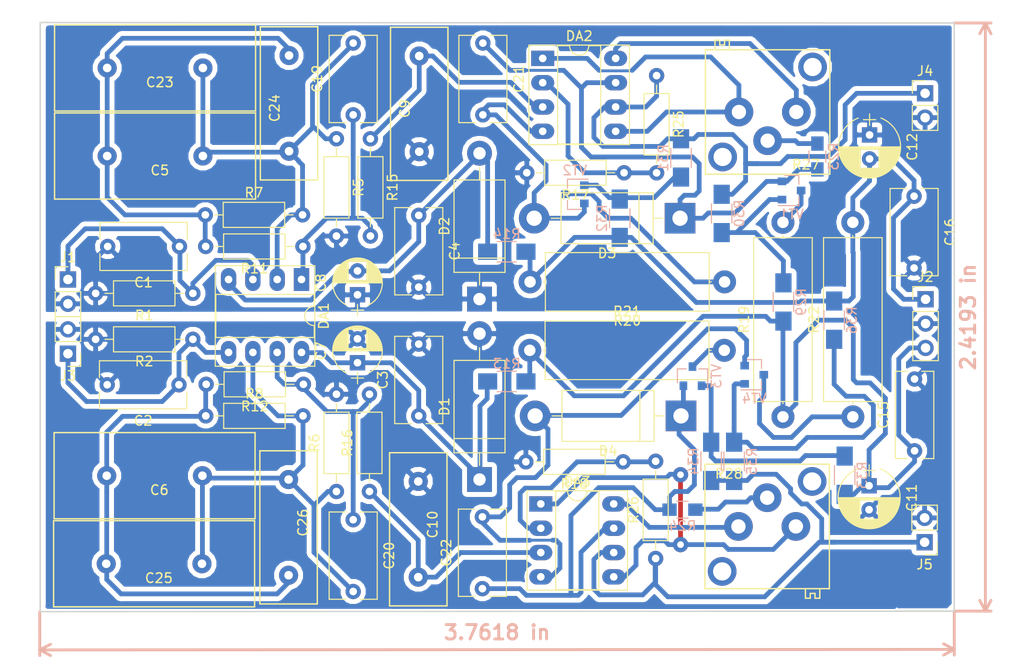
<source format=kicad_pcb>
(kicad_pcb (version 20171130) (host pcbnew 5.0.2-bee76a0~70~ubuntu18.04.1)
  (layers (0 F.Cu signal) (31 B.Cu signal) (34 B.Paste user) (35 F.Paste user) (36 B.SilkS user) (37 F.SilkS user) (38 B.Mask user) (39 F.Mask user) (44 Edge.Cuts user))
  (net 0 "")
  (net 1 "Net-(C1-Pad1)")
  (net 2 GNDA)
  (net 3 "Net-(C2-Pad1)")
  (net 4 "Net-(C3-Pad1)")
  (net 5 "Net-(C4-Pad1)")
  (net 6 "Net-(C19-Pad2)")
  (net 7 "Net-(C23-Pad1)")
  (net 8 "Net-(C25-Pad1)")
  (net 9 "Net-(C20-Pad2)")
  (net 10 "Net-(C9-Pad1)")
  (net 11 "Net-(C10-Pad1)")
  (net 12 VCC)
  (net 13 VEE)
  (net 14 "Net-(C19-Pad1)")
  (net 15 "Net-(C20-Pad1)")
  (net 16 "Net-(C21-Pad1)")
  (net 17 "Net-(C21-Pad2)")
  (net 18 "Net-(C22-Pad2)")
  (net 19 "Net-(C22-Pad1)")
  (net 20 "Net-(DA2-Pad8)")
  (net 21 "Net-(DA2-Pad6)")
  (net 22 "Net-(DA2-Pad2)")
  (net 23 "Net-(DA3-Pad2)")
  (net 24 "Net-(DA3-Pad6)")
  (net 25 "Net-(DA3-Pad8)")
  (net 26 "Net-(R19-Pad2)")
  (net 27 "Net-(R20-Pad1)")
  (net 28 "Net-(R21-Pad2)")
  (net 29 "Net-(R22-Pad1)")
  (net 30 "Net-(R23-Pad2)")
  (net 31 "Net-(R24-Pad2)")
  (net 32 "Net-(R29-Pad2)")
  (net 33 "Net-(R31-Pad2)")
  (net 34 "Net-(R33-Pad2)")
  (net 35 "Net-(R35-Pad2)")
  (net 36 "Net-(DA2-Pad1)")
  (net 37 "Net-(DA3-Pad1)")
  (module lib:c5-2 (layer F.Cu) (at 203.45 98.6)
    (fp_text reference R28 (at -4 -2.5) (layer F.SilkS))
    (fp_text value 1k)
    (pad "" thru_hole circle (at -4.7 7.7) (size 3 3) (drill 1.9) (layers *.Cu *.Mask))
    (pad "" thru_hole circle (at 4.7 -1.7) (size 3 3) (drill 1.9) (layers *.Cu *.Mask))
    (pad 3 thru_hole circle (at 3 3) (size 3 3) (drill 1.5) (layers *.Cu *.Mask) (net 37 "Net-(DA3-Pad1)"))
    (pad 2 thru_hole circle (at 0 0) (size 3 3) (drill 1.5) (layers *.Cu *.Mask) (net 31 "Net-(R24-Pad2)"))
    (pad 1 thru_hole circle (at -3 3) (size 3 3) (drill 1.5) (layers *.Cu *.Mask) (net 25 "Net-(DA3-Pad8)"))
  )
  (module Housings_DIP:DIP-8_W7.62mm_Socket_LongPads (layer F.Cu) (at 179.8 99.25)
    (fp_text reference DA3 (at 3.81 -2.33) (layer F.SilkS))
    (fp_text value AD845)
    (pad 1 thru_hole rect (at 0 0) (size 2.4 1.6) (drill 0.8) (layers *.Cu *.Mask) (net 37 "Net-(DA3-Pad1)"))
    (pad 5 thru_hole oval (at 7.62 7.62) (size 2.4 1.6) (drill 0.8) (layers *.Cu *.Mask) (net 37 "Net-(DA3-Pad1)"))
    (pad 2 thru_hole oval (at 0 2.54) (size 2.4 1.6) (drill 0.8) (layers *.Cu *.Mask) (net 23 "Net-(DA3-Pad2)"))
    (pad 6 thru_hole oval (at 7.62 5.08) (size 2.4 1.6) (drill 0.8) (layers *.Cu *.Mask) (net 24 "Net-(DA3-Pad6)"))
    (pad 3 thru_hole oval (at 0 5.08) (size 2.4 1.6) (drill 0.8) (layers *.Cu *.Mask) (net 11 "Net-(C10-Pad1)"))
    (pad 7 thru_hole oval (at 7.62 2.54) (size 2.4 1.6) (drill 0.8) (layers *.Cu *.Mask) (net 19 "Net-(C22-Pad1)"))
    (pad 4 thru_hole oval (at 0 7.62) (size 2.4 1.6) (drill 0.8) (layers *.Cu *.Mask) (net 18 "Net-(C22-Pad2)"))
    (pad 8 thru_hole oval (at 7.62 0) (size 2.4 1.6) (drill 0.8) (layers *.Cu *.Mask) (net 25 "Net-(DA3-Pad8)"))
  )
  (module Resistors_ThroughHole:R_Axial_DIN0207_L6.3mm_D2.5mm_P10.16mm_Horizontal (layer F.Cu) (at 158.45 97.95 90)
    (fp_text reference R6 (at 5.08 -2.31 90) (layer F.SilkS))
    (fp_text value 205)
    (pad 2 thru_hole oval (at 10.16 0 90) (size 1.6 1.6) (drill 0.8) (layers *.Cu *.Mask) (net 2 GNDA))
    (pad 1 thru_hole circle (at 0 0 90) (size 1.6 1.6) (drill 0.8) (layers *.Cu *.Mask) (net 9 "Net-(C20-Pad2)"))
  )
  (module Capacitors_ThroughHole:C_Rect_L9.0mm_W4.9mm_P7.50mm_MKT (layer F.Cu) (at 160.2 58.6 90)
    (fp_text reference C19 (at 3.75 -3.76 90) (layer F.SilkS))
    (fp_text value 110)
    (pad 1 thru_hole circle (at 0 0 90) (size 1.6 1.6) (drill 0.8) (layers *.Cu *.Mask) (net 14 "Net-(C19-Pad1)"))
    (pad 2 thru_hole circle (at 7.5 0 90) (size 1.6 1.6) (drill 0.8) (layers *.Cu *.Mask) (net 6 "Net-(C19-Pad2)"))
  )
  (module Pin_Headers:Pin_Header_Straight_1x02_Pitch2.54mm (layer F.Cu) (at 130.4 75.8)
    (fp_text reference J1 (at 0 -2.33) (layer F.SilkS))
    (fp_text value IN)
    (pad 1 thru_hole rect (at 0 0) (size 1.7 1.7) (drill 1) (layers *.Cu *.Mask) (net 1 "Net-(C1-Pad1)"))
    (pad 2 thru_hole oval (at 0 2.54) (size 1.7 1.7) (drill 1) (layers *.Cu *.Mask) (net 2 GNDA))
  )
  (module lib:k71-7_16x6_mm (layer F.Cu) (at 153.5 57.4 270)
    (fp_text reference C24 (at 0.5 1.5 270) (layer F.SilkS))
    (fp_text value 6510)
    (pad 2 thru_hole circle (at 5 0 270) (size 2 2) (drill 0.9) (layers *.Cu *.Mask) (net 6 "Net-(C19-Pad2)"))
    (pad 1 thru_hole circle (at -5 0 270) (size 2 2) (drill 0.9) (layers *.Cu *.Mask) (net 7 "Net-(C23-Pad1)"))
  )
  (module Capacitors_ThroughHole:C_Rect_L9.0mm_W4.9mm_P7.50mm_MKT (layer F.Cu) (at 142.05 72.35 180)
    (fp_text reference C1 (at 3.75 -3.76 180) (layer F.SilkS))
    (fp_text value 200p)
    (pad 1 thru_hole circle (at 0 0 180) (size 1.6 1.6) (drill 0.8) (layers *.Cu *.Mask) (net 1 "Net-(C1-Pad1)"))
    (pad 2 thru_hole circle (at 7.5 0 180) (size 1.6 1.6) (drill 0.8) (layers *.Cu *.Mask) (net 2 GNDA))
  )
  (module Capacitors_ThroughHole:C_Rect_L9.0mm_W4.9mm_P7.50mm_MKT (layer F.Cu) (at 142 86.8 180)
    (fp_text reference C2 (at 3.75 -3.76 180) (layer F.SilkS))
    (fp_text value 200p)
    (pad 2 thru_hole circle (at 7.5 0 180) (size 1.6 1.6) (drill 0.8) (layers *.Cu *.Mask) (net 2 GNDA))
    (pad 1 thru_hole circle (at 0 0 180) (size 1.6 1.6) (drill 0.8) (layers *.Cu *.Mask) (net 3 "Net-(C2-Pad1)"))
  )
  (module Capacitors_ThroughHole:C_Rect_L9.0mm_W4.9mm_P7.50mm_MKT (layer F.Cu) (at 167.05 90.05 90)
    (fp_text reference C3 (at 3.75 -3.76 90) (layer F.SilkS))
    (fp_text value 0.1)
    (pad 2 thru_hole circle (at 7.5 0 90) (size 1.6 1.6) (drill 0.8) (layers *.Cu *.Mask) (net 2 GNDA))
    (pad 1 thru_hole circle (at 0 0 90) (size 1.6 1.6) (drill 0.8) (layers *.Cu *.Mask) (net 4 "Net-(C3-Pad1)"))
  )
  (module Capacitors_ThroughHole:C_Rect_L9.0mm_W4.9mm_P7.50mm_MKT (layer F.Cu) (at 167.05 69.1 270)
    (fp_text reference C4 (at 3.75 -3.76 270) (layer F.SilkS))
    (fp_text value 0.1)
    (pad 1 thru_hole circle (at 0 0 270) (size 1.6 1.6) (drill 0.8) (layers *.Cu *.Mask) (net 5 "Net-(C4-Pad1)"))
    (pad 2 thru_hole circle (at 7.5 0 270) (size 1.6 1.6) (drill 0.8) (layers *.Cu *.Mask) (net 2 GNDA))
  )
  (module lib:k71-7_21x9_mm (layer F.Cu) (at 139.5 62.9)
    (fp_text reference C5 (at 0.5 1.5) (layer F.SilkS))
    (fp_text value 30.1n)
    (pad 2 thru_hole circle (at 5 0) (size 2 2) (drill 0.9) (layers *.Cu *.Mask) (net 6 "Net-(C19-Pad2)"))
    (pad 1 thru_hole circle (at -5 0) (size 2 2) (drill 0.9) (layers *.Cu *.Mask) (net 7 "Net-(C23-Pad1)"))
  )
  (module lib:k71-7_21x9_mm (layer F.Cu) (at 139.45 96.3)
    (fp_text reference C6 (at 0.5 1.5) (layer F.SilkS))
    (fp_text value 30.2n)
    (pad 1 thru_hole circle (at -5 0) (size 2 2) (drill 0.9) (layers *.Cu *.Mask) (net 8 "Net-(C25-Pad1)"))
    (pad 2 thru_hole circle (at 5 0) (size 2 2) (drill 0.9) (layers *.Cu *.Mask) (net 9 "Net-(C20-Pad2)"))
  )
  (module Capacitors_ThroughHole:CP_Radial_D5.0mm_P2.50mm (layer F.Cu) (at 160.65 84.5 90)
    (fp_text reference C7 (at 1.25 -3.81 90) (layer F.SilkS))
    (fp_text value 2.2)
    (pad 1 thru_hole rect (at 0 0 90) (size 1.6 1.6) (drill 0.8) (layers *.Cu *.Mask) (net 4 "Net-(C3-Pad1)"))
    (pad 2 thru_hole circle (at 2.5 0 90) (size 1.6 1.6) (drill 0.8) (layers *.Cu *.Mask) (net 2 GNDA))
  )
  (module Capacitors_ThroughHole:CP_Radial_D5.0mm_P2.50mm (layer F.Cu) (at 160.65 77.4 90)
    (fp_text reference C8 (at 1.25 -3.81 90) (layer F.SilkS))
    (fp_text value 2.2)
    (pad 2 thru_hole circle (at 2.5 0 90) (size 1.6 1.6) (drill 0.8) (layers *.Cu *.Mask) (net 5 "Net-(C4-Pad1)"))
    (pad 1 thru_hole rect (at 0 0 90) (size 1.6 1.6) (drill 0.8) (layers *.Cu *.Mask) (net 2 GNDA))
  )
  (module lib:k71-7_16x6_mm (layer F.Cu) (at 167.1 57.45 270)
    (fp_text reference C9 (at 0.5 1.5 270) (layer F.SilkS))
    (fp_text value 10.75n)
    (pad 1 thru_hole circle (at -5 0 270) (size 2 2) (drill 0.9) (layers *.Cu *.Mask) (net 10 "Net-(C9-Pad1)"))
    (pad 2 thru_hole circle (at 5 0 270) (size 2 2) (drill 0.9) (layers *.Cu *.Mask) (net 2 GNDA))
  )
  (module lib:k71-7_16x6_mm (layer F.Cu) (at 167 101.9 90)
    (fp_text reference C10 (at 0.5 1.5 90) (layer F.SilkS))
    (fp_text value 10.75n)
    (pad 2 thru_hole circle (at 5 0 90) (size 2 2) (drill 0.9) (layers *.Cu *.Mask) (net 2 GNDA))
    (pad 1 thru_hole circle (at -5 0 90) (size 2 2) (drill 0.9) (layers *.Cu *.Mask) (net 11 "Net-(C10-Pad1)"))
  )
  (module Capacitors_ThroughHole:CP_Radial_D6.3mm_P2.50mm (layer F.Cu) (at 214.1 97.35 270)
    (fp_text reference C11 (at 1.25 -4.46 270) (layer F.SilkS))
    (fp_text value 2.2)
    (pad 2 thru_hole circle (at 2.5 0 270) (size 1.6 1.6) (drill 0.8) (layers *.Cu *.Mask) (net 2 GNDA))
    (pad 1 thru_hole rect (at 0 0 270) (size 1.6 1.6) (drill 0.8) (layers *.Cu *.Mask) (net 12 VCC))
  )
  (module Capacitors_ThroughHole:CP_Radial_D6.3mm_P2.50mm (layer F.Cu) (at 214.15 60.7 270)
    (fp_text reference C12 (at 1.25 -4.46 270) (layer F.SilkS))
    (fp_text value 2.2)
    (pad 2 thru_hole circle (at 2.5 0 270) (size 1.6 1.6) (drill 0.8) (layers *.Cu *.Mask) (net 13 VEE))
    (pad 1 thru_hole rect (at 0 0 270) (size 1.6 1.6) (drill 0.8) (layers *.Cu *.Mask) (net 2 GNDA))
  )
  (module Capacitors_ThroughHole:C_Rect_L9.0mm_W4.9mm_P7.50mm_MKT (layer F.Cu) (at 160.2 100.9 270)
    (fp_text reference C20 (at 3.75 -3.76 270) (layer F.SilkS))
    (fp_text value 110)
    (pad 2 thru_hole circle (at 7.5 0 270) (size 1.6 1.6) (drill 0.8) (layers *.Cu *.Mask) (net 9 "Net-(C20-Pad2)"))
    (pad 1 thru_hole circle (at 0 0 270) (size 1.6 1.6) (drill 0.8) (layers *.Cu *.Mask) (net 15 "Net-(C20-Pad1)"))
  )
  (module Capacitors_ThroughHole:C_Rect_L9.0mm_W4.9mm_P7.50mm_MKT (layer F.Cu) (at 173.75 51.1 270)
    (fp_text reference C21 (at 3.75 -3.76 270) (layer F.SilkS))
    (fp_text value 0.1)
    (pad 1 thru_hole circle (at 0 0 270) (size 1.6 1.6) (drill 0.8) (layers *.Cu *.Mask) (net 16 "Net-(C21-Pad1)"))
    (pad 2 thru_hole circle (at 7.5 0 270) (size 1.6 1.6) (drill 0.8) (layers *.Cu *.Mask) (net 17 "Net-(C21-Pad2)"))
  )
  (module Capacitors_ThroughHole:C_Rect_L9.0mm_W4.9mm_P7.50mm_MKT (layer F.Cu) (at 173.7 108.1 90)
    (fp_text reference C22 (at 3.75 -3.76 90) (layer F.SilkS))
    (fp_text value 0.1)
    (pad 2 thru_hole circle (at 7.5 0 90) (size 1.6 1.6) (drill 0.8) (layers *.Cu *.Mask) (net 18 "Net-(C22-Pad2)"))
    (pad 1 thru_hole circle (at 0 0 90) (size 1.6 1.6) (drill 0.8) (layers *.Cu *.Mask) (net 19 "Net-(C22-Pad1)"))
  )
  (module lib:k71-7_21x9_mm (layer F.Cu) (at 139.5 53.7)
    (fp_text reference C23 (at 0.5 1.5) (layer F.SilkS))
    (fp_text value 30.1n)
    (pad 2 thru_hole circle (at 5 0) (size 2 2) (drill 0.9) (layers *.Cu *.Mask) (net 6 "Net-(C19-Pad2)"))
    (pad 1 thru_hole circle (at -5 0) (size 2 2) (drill 0.9) (layers *.Cu *.Mask) (net 7 "Net-(C23-Pad1)"))
  )
  (module lib:k71-7_21x9_mm (layer F.Cu) (at 139.4 105.5)
    (fp_text reference C25 (at 0.5 1.5) (layer F.SilkS))
    (fp_text value 30.1n)
    (pad 2 thru_hole circle (at 5 0) (size 2 2) (drill 0.9) (layers *.Cu *.Mask) (net 9 "Net-(C20-Pad2)"))
    (pad 1 thru_hole circle (at -5 0) (size 2 2) (drill 0.9) (layers *.Cu *.Mask) (net 8 "Net-(C25-Pad1)"))
  )
  (module lib:k71-7_16x6_mm (layer F.Cu) (at 153.45 101.7 90)
    (fp_text reference C26 (at 0.5 1.5 90) (layer F.SilkS))
    (fp_text value 6510)
    (pad 2 thru_hole circle (at 5 0 90) (size 2 2) (drill 0.9) (layers *.Cu *.Mask) (net 9 "Net-(C20-Pad2)"))
    (pad 1 thru_hole circle (at -5 0 90) (size 2 2) (drill 0.9) (layers *.Cu *.Mask) (net 8 "Net-(C25-Pad1)"))
  )
  (module Diodes_ThroughHole:D_DO-201AD_P15.24mm_Horizontal (layer F.Cu) (at 194.35 69.4 180)
    (fp_text reference D3 (at 7.62 -3.66 180) (layer F.SilkS))
    (fp_text value 1N5364)
    (pad 1 thru_hole rect (at 0 0 180) (size 3.2 3.2) (drill 1.6) (layers *.Cu *.Mask) (net 16 "Net-(C21-Pad1)"))
    (pad 2 thru_hole oval (at 15.24 0 180) (size 3.2 3.2) (drill 1.6) (layers *.Cu *.Mask) (net 17 "Net-(C21-Pad2)"))
  )
  (module Diodes_ThroughHole:D_DO-201AD_P15.24mm_Horizontal (layer F.Cu) (at 194.45 90.05 180)
    (fp_text reference D4 (at 7.62 -3.66 180) (layer F.SilkS))
    (fp_text value 1N5364)
    (pad 2 thru_hole oval (at 15.24 0 180) (size 3.2 3.2) (drill 1.6) (layers *.Cu *.Mask) (net 18 "Net-(C22-Pad2)"))
    (pad 1 thru_hole rect (at 0 0 180) (size 3.2 3.2) (drill 1.6) (layers *.Cu *.Mask) (net 19 "Net-(C22-Pad1)"))
  )
  (module Housings_DIP:DIP-8_W7.62mm_Socket_LongPads (layer F.Cu) (at 154.8 75.8 270)
    (fp_text reference DA1 (at 3.81 -2.33 270) (layer F.SilkS))
    (fp_text value OPA2132)
    (pad 1 thru_hole rect (at 0 0 270) (size 2.4 1.6) (drill 0.8) (layers *.Cu *.Mask) (net 14 "Net-(C19-Pad1)"))
    (pad 5 thru_hole oval (at 7.62 7.62 270) (size 2.4 1.6) (drill 0.8) (layers *.Cu *.Mask) (net 3 "Net-(C2-Pad1)"))
    (pad 2 thru_hole oval (at 0 2.54 270) (size 2.4 1.6) (drill 0.8) (layers *.Cu *.Mask) (net 6 "Net-(C19-Pad2)"))
    (pad 6 thru_hole oval (at 7.62 5.08 270) (size 2.4 1.6) (drill 0.8) (layers *.Cu *.Mask) (net 9 "Net-(C20-Pad2)"))
    (pad 3 thru_hole oval (at 0 5.08 270) (size 2.4 1.6) (drill 0.8) (layers *.Cu *.Mask) (net 1 "Net-(C1-Pad1)"))
    (pad 7 thru_hole oval (at 7.62 2.54 270) (size 2.4 1.6) (drill 0.8) (layers *.Cu *.Mask) (net 15 "Net-(C20-Pad1)"))
    (pad 4 thru_hole oval (at 0 7.62 270) (size 2.4 1.6) (drill 0.8) (layers *.Cu *.Mask) (net 5 "Net-(C4-Pad1)"))
    (pad 8 thru_hole oval (at 7.62 0 270) (size 2.4 1.6) (drill 0.8) (layers *.Cu *.Mask) (net 4 "Net-(C3-Pad1)"))
  )
  (module Housings_DIP:DIP-8_W7.62mm_Socket_LongPads (layer F.Cu) (at 180 52.7)
    (fp_text reference DA2 (at 3.81 -2.33) (layer F.SilkS))
    (fp_text value AD845)
    (pad 8 thru_hole oval (at 7.62 0) (size 2.4 1.6) (drill 0.8) (layers *.Cu *.Mask) (net 20 "Net-(DA2-Pad8)"))
    (pad 4 thru_hole oval (at 0 7.62) (size 2.4 1.6) (drill 0.8) (layers *.Cu *.Mask) (net 17 "Net-(C21-Pad2)"))
    (pad 7 thru_hole oval (at 7.62 2.54) (size 2.4 1.6) (drill 0.8) (layers *.Cu *.Mask) (net 16 "Net-(C21-Pad1)"))
    (pad 3 thru_hole oval (at 0 5.08) (size 2.4 1.6) (drill 0.8) (layers *.Cu *.Mask) (net 10 "Net-(C9-Pad1)"))
    (pad 6 thru_hole oval (at 7.62 5.08) (size 2.4 1.6) (drill 0.8) (layers *.Cu *.Mask) (net 21 "Net-(DA2-Pad6)"))
    (pad 2 thru_hole oval (at 0 2.54) (size 2.4 1.6) (drill 0.8) (layers *.Cu *.Mask) (net 22 "Net-(DA2-Pad2)"))
    (pad 5 thru_hole oval (at 7.62 7.62) (size 2.4 1.6) (drill 0.8) (layers *.Cu *.Mask) (net 36 "Net-(DA2-Pad1)"))
    (pad 1 thru_hole rect (at 0 0) (size 2.4 1.6) (drill 0.8) (layers *.Cu *.Mask) (net 36 "Net-(DA2-Pad1)"))
  )
  (module Pin_Headers:Pin_Header_Straight_1x03_Pitch2.54mm (layer F.Cu) (at 220 77.87)
    (fp_text reference J2 (at 0 -2.33) (layer F.SilkS))
    (fp_text value POWER)
    (pad 3 thru_hole oval (at 0 5.08) (size 1.7 1.7) (drill 1) (layers *.Cu *.Mask) (net 12 VCC))
    (pad 2 thru_hole oval (at 0 2.54) (size 1.7 1.7) (drill 1) (layers *.Cu *.Mask) (net 2 GNDA))
    (pad 1 thru_hole rect (at 0 0) (size 1.7 1.7) (drill 1) (layers *.Cu *.Mask) (net 13 VEE))
  )
  (module Pin_Headers:Pin_Header_Straight_1x02_Pitch2.54mm (layer F.Cu) (at 130.4 83.55 180)
    (fp_text reference J3 (at 0 -2.33 180) (layer F.SilkS))
    (fp_text value IN)
    (pad 2 thru_hole oval (at 0 2.54 180) (size 1.7 1.7) (drill 1) (layers *.Cu *.Mask) (net 2 GNDA))
    (pad 1 thru_hole rect (at 0 0 180) (size 1.7 1.7) (drill 1) (layers *.Cu *.Mask) (net 3 "Net-(C2-Pad1)"))
  )
  (module Pin_Headers:Pin_Header_Straight_1x02_Pitch2.54mm (layer F.Cu) (at 219.95 56.35)
    (fp_text reference J4 (at 0 -2.33) (layer F.SilkS))
    (fp_text value OUT)
    (pad 2 thru_hole oval (at 0 2.54) (size 1.7 1.7) (drill 1) (layers *.Cu *.Mask) (net 2 GNDA))
    (pad 1 thru_hole rect (at 0 0) (size 1.7 1.7) (drill 1) (layers *.Cu *.Mask) (net 21 "Net-(DA2-Pad6)"))
  )
  (module Pin_Headers:Pin_Header_Straight_1x02_Pitch2.54mm (layer F.Cu) (at 219.9 103.25 180)
    (fp_text reference J5 (at 0 -2.33 180) (layer F.SilkS))
    (fp_text value OUT)
    (pad 1 thru_hole rect (at 0 0 180) (size 1.7 1.7) (drill 1) (layers *.Cu *.Mask) (net 24 "Net-(DA3-Pad6)"))
    (pad 2 thru_hole oval (at 0 2.54 180) (size 1.7 1.7) (drill 1) (layers *.Cu *.Mask) (net 2 GNDA))
  )
  (module Resistors_ThroughHole:R_Axial_DIN0207_L6.3mm_D2.5mm_P10.16mm_Horizontal (layer F.Cu) (at 143.45 77.25 180)
    (fp_text reference R1 (at 5.08 -2.31 180) (layer F.SilkS))
    (fp_text value 47k)
    (pad 1 thru_hole circle (at 0 0 180) (size 1.6 1.6) (drill 0.8) (layers *.Cu *.Mask) (net 1 "Net-(C1-Pad1)"))
    (pad 2 thru_hole oval (at 10.16 0 180) (size 1.6 1.6) (drill 0.8) (layers *.Cu *.Mask) (net 2 GNDA))
  )
  (module Resistors_ThroughHole:R_Axial_DIN0207_L6.3mm_D2.5mm_P10.16mm_Horizontal (layer F.Cu) (at 143.45 82.05 180)
    (fp_text reference R2 (at 5.08 -2.31 180) (layer F.SilkS))
    (fp_text value 47k)
    (pad 2 thru_hole oval (at 10.16 0 180) (size 1.6 1.6) (drill 0.8) (layers *.Cu *.Mask) (net 2 GNDA))
    (pad 1 thru_hole circle (at 0 0 180) (size 1.6 1.6) (drill 0.8) (layers *.Cu *.Mask) (net 3 "Net-(C2-Pad1)"))
  )
  (module Resistors_ThroughHole:R_Axial_DIN0207_L6.3mm_D2.5mm_P10.16mm_Horizontal (layer F.Cu) (at 158.45 61.1 270)
    (fp_text reference R5 (at 5.08 -2.31 270) (layer F.SilkS))
    (fp_text value 205)
    (pad 1 thru_hole circle (at 0 0 270) (size 1.6 1.6) (drill 0.8) (layers *.Cu *.Mask) (net 6 "Net-(C19-Pad2)"))
    (pad 2 thru_hole oval (at 10.16 0 270) (size 1.6 1.6) (drill 0.8) (layers *.Cu *.Mask) (net 2 GNDA))
  )
  (module Resistors_ThroughHole:R_Axial_DIN0207_L6.3mm_D2.5mm_P10.16mm_Horizontal (layer F.Cu) (at 144.75 69.05)
    (fp_text reference R7 (at 5.08 -2.31) (layer F.SilkS))
    (fp_text value 47.5k)
    (pad 2 thru_hole oval (at 10.16 0) (size 1.6 1.6) (drill 0.8) (layers *.Cu *.Mask) (net 6 "Net-(C19-Pad2)"))
    (pad 1 thru_hole circle (at 0 0) (size 1.6 1.6) (drill 0.8) (layers *.Cu *.Mask) (net 7 "Net-(C23-Pad1)"))
  )
  (module Resistors_ThroughHole:R_Axial_DIN0207_L6.3mm_D2.5mm_P10.16mm_Horizontal (layer F.Cu) (at 144.8 90.05)
    (fp_text reference R8 (at 5.08 -2.31) (layer F.SilkS))
    (fp_text value 47.5k)
    (pad 1 thru_hole circle (at 0 0) (size 1.6 1.6) (drill 0.8) (layers *.Cu *.Mask) (net 8 "Net-(C25-Pad1)"))
    (pad 2 thru_hole oval (at 10.16 0) (size 1.6 1.6) (drill 0.8) (layers *.Cu *.Mask) (net 9 "Net-(C20-Pad2)"))
  )
  (module Resistors_ThroughHole:R_Axial_DIN0207_L6.3mm_D2.5mm_P10.16mm_Horizontal (layer F.Cu) (at 154.95 72.35 180)
    (fp_text reference R11 (at 5.08 -2.31 180) (layer F.SilkS))
    (fp_text value 5.11k)
    (pad 1 thru_hole circle (at 0 0 180) (size 1.6 1.6) (drill 0.8) (layers *.Cu *.Mask) (net 14 "Net-(C19-Pad1)"))
    (pad 2 thru_hole oval (at 10.16 0 180) (size 1.6 1.6) (drill 0.8) (layers *.Cu *.Mask) (net 7 "Net-(C23-Pad1)"))
  )
  (module Resistors_ThroughHole:R_Axial_DIN0207_L6.3mm_D2.5mm_P10.16mm_Horizontal (layer F.Cu) (at 155 86.75 180)
    (fp_text reference R12 (at 5.08 -2.31 180) (layer F.SilkS))
    (fp_text value 5.11k)
    (pad 2 thru_hole oval (at 10.16 0 180) (size 1.6 1.6) (drill 0.8) (layers *.Cu *.Mask) (net 8 "Net-(C25-Pad1)"))
    (pad 1 thru_hole circle (at 0 0 180) (size 1.6 1.6) (drill 0.8) (layers *.Cu *.Mask) (net 15 "Net-(C20-Pad1)"))
  )
  (module Resistors_SMD:R_1206_HandSoldering (layer B.Cu) (at 176.25 86.45 180)
    (fp_text reference R13 (at 0 1.85 180) (layer B.SilkS) (effects (justify mirror)))
    (fp_text value 3.6k)
    (pad 2 smd rect (at 2 0 180) (size 2 1.7) (layers B.Cu B.Paste B.Mask) (net 4 "Net-(C3-Pad1)"))
    (pad 1 smd rect (at -2 0 180) (size 2 1.7) (layers B.Cu B.Paste B.Mask) (net 12 VCC))
  )
  (module Resistors_SMD:R_1206_HandSoldering (layer B.Cu) (at 176.25 72.9 180)
    (fp_text reference R14 (at 0 1.85 180) (layer B.SilkS) (effects (justify mirror)))
    (fp_text value 3.6k)
    (pad 2 smd rect (at 2 0 180) (size 2 1.7) (layers B.Cu B.Paste B.Mask) (net 5 "Net-(C4-Pad1)"))
    (pad 1 smd rect (at -2 0 180) (size 2 1.7) (layers B.Cu B.Paste B.Mask) (net 13 VEE))
  )
  (module Resistors_ThroughHole:R_Axial_DIN0207_L6.3mm_D2.5mm_P10.16mm_Horizontal (layer F.Cu) (at 162 61.1 270)
    (fp_text reference R15 (at 5.08 -2.31 270) (layer F.SilkS))
    (fp_text value 6.98k)
    (pad 2 thru_hole oval (at 10.16 0 270) (size 1.6 1.6) (drill 0.8) (layers *.Cu *.Mask) (net 14 "Net-(C19-Pad1)"))
    (pad 1 thru_hole circle (at 0 0 270) (size 1.6 1.6) (drill 0.8) (layers *.Cu *.Mask) (net 10 "Net-(C9-Pad1)"))
  )
  (module Resistors_ThroughHole:R_Axial_DIN0207_L6.3mm_D2.5mm_P10.16mm_Horizontal (layer F.Cu) (at 161.9 97.95 90)
    (fp_text reference R16 (at 5.08 -2.31 90) (layer F.SilkS))
    (fp_text value 6.98k)
    (pad 1 thru_hole circle (at 0 0 90) (size 1.6 1.6) (drill 0.8) (layers *.Cu *.Mask) (net 11 "Net-(C10-Pad1)"))
    (pad 2 thru_hole oval (at 10.16 0 90) (size 1.6 1.6) (drill 0.8) (layers *.Cu *.Mask) (net 15 "Net-(C20-Pad1)"))
  )
  (module Resistors_ThroughHole:R_Axial_DIN0207_L6.3mm_D2.5mm_P10.16mm_Horizontal (layer F.Cu) (at 188.5 64.65 180)
    (fp_text reference R17 (at 5.08 -2.31 180) (layer F.SilkS))
    (fp_text value 10k)
    (pad 2 thru_hole oval (at 10.16 0 180) (size 1.6 1.6) (drill 0.8) (layers *.Cu *.Mask) (net 2 GNDA))
    (pad 1 thru_hole circle (at 0 0 180) (size 1.6 1.6) (drill 0.8) (layers *.Cu *.Mask) (net 22 "Net-(DA2-Pad2)"))
  )
  (module Resistors_ThroughHole:R_Axial_DIN0207_L6.3mm_D2.5mm_P10.16mm_Horizontal (layer F.Cu) (at 188.4 94.85 180)
    (fp_text reference R18 (at 5.08 -2.31 180) (layer F.SilkS))
    (fp_text value 10k)
    (pad 2 thru_hole oval (at 10.16 0 180) (size 1.6 1.6) (drill 0.8) (layers *.Cu *.Mask) (net 2 GNDA))
    (pad 1 thru_hole circle (at 0 0 180) (size 1.6 1.6) (drill 0.8) (layers *.Cu *.Mask) (net 23 "Net-(DA3-Pad2)"))
  )
  (module Resistors_SMD:R_0805_HandSoldering (layer B.Cu) (at 208.7 62.95 90)
    (fp_text reference R23 (at 0 1.7 90) (layer B.SilkS) (effects (justify mirror)))
    (fp_text value 390)
    (pad 2 smd rect (at 1.35 0 90) (size 1.5 1.3) (layers B.Cu B.Paste B.Mask) (net 30 "Net-(R23-Pad2)"))
    (pad 1 smd rect (at -1.35 0 90) (size 1.5 1.3) (layers B.Cu B.Paste B.Mask) (net 16 "Net-(C21-Pad1)"))
  )
  (module Resistors_SMD:R_0805_HandSoldering (layer B.Cu) (at 194.6 99.85)
    (fp_text reference R24 (at 0 1.7) (layer B.SilkS) (effects (justify mirror)))
    (fp_text value 390)
    (pad 1 smd rect (at -1.35 0) (size 1.5 1.3) (layers B.Cu B.Paste B.Mask) (net 19 "Net-(C22-Pad1)"))
    (pad 2 smd rect (at 1.35 0) (size 1.5 1.3) (layers B.Cu B.Paste B.Mask) (net 31 "Net-(R24-Pad2)"))
  )
  (module Resistors_ThroughHole:R_Axial_DIN0207_L6.3mm_D2.5mm_P10.16mm_Horizontal (layer F.Cu) (at 191.9 54.5 270)
    (fp_text reference R25 (at 5.08 -2.31 270) (layer F.SilkS))
    (fp_text value 30k)
    (pad 1 thru_hole circle (at 0 0 270) (size 1.6 1.6) (drill 0.8) (layers *.Cu *.Mask) (net 21 "Net-(DA2-Pad6)"))
    (pad 2 thru_hole oval (at 10.16 0 270) (size 1.6 1.6) (drill 0.8) (layers *.Cu *.Mask) (net 22 "Net-(DA2-Pad2)"))
  )
  (module Resistors_ThroughHole:R_Axial_DIN0207_L6.3mm_D2.5mm_P10.16mm_Horizontal (layer F.Cu) (at 191.8 104.95 90)
    (fp_text reference R26 (at 5.08 -2.31 90) (layer F.SilkS))
    (fp_text value 30k)
    (pad 1 thru_hole circle (at 0 0 90) (size 1.6 1.6) (drill 0.8) (layers *.Cu *.Mask) (net 24 "Net-(DA3-Pad6)"))
    (pad 2 thru_hole oval (at 10.16 0 90) (size 1.6 1.6) (drill 0.8) (layers *.Cu *.Mask) (net 23 "Net-(DA3-Pad2)"))
  )
  (module lib:c5-2 (layer F.Cu) (at 203.5 61.3 180)
    (fp_text reference R27 (at -4 -2.5 180) (layer F.SilkS))
    (fp_text value 1k)
    (pad 1 thru_hole circle (at -3 3 180) (size 3 3) (drill 1.5) (layers *.Cu *.Mask) (net 20 "Net-(DA2-Pad8)"))
    (pad 2 thru_hole circle (at 0 0 180) (size 3 3) (drill 1.5) (layers *.Cu *.Mask) (net 30 "Net-(R23-Pad2)"))
    (pad 3 thru_hole circle (at 3 3 180) (size 3 3) (drill 1.5) (layers *.Cu *.Mask) (net 36 "Net-(DA2-Pad1)"))
    (pad "" thru_hole circle (at 4.7 -1.7 180) (size 3 3) (drill 1.9) (layers *.Cu *.Mask))
    (pad "" thru_hole circle (at -4.7 7.7 180) (size 3 3) (drill 1.9) (layers *.Cu *.Mask))
  )
  (module Resistors_SMD:R_1206_HandSoldering (layer B.Cu) (at 205.15 78.15 90)
    (fp_text reference R29 (at 0 1.85 90) (layer B.SilkS) (effects (justify mirror)))
    (fp_text value 100k)
    (pad 2 smd rect (at 2 0 90) (size 2 1.7) (layers B.Cu B.Paste B.Mask) (net 32 "Net-(R29-Pad2)"))
    (pad 1 smd rect (at -2 0 90) (size 2 1.7) (layers B.Cu B.Paste B.Mask) (net 12 VCC))
  )
  (module Resistors_SMD:R_1206_HandSoldering (layer B.Cu) (at 198.7 68.9 90)
    (fp_text reference R30 (at 0 1.85 90) (layer B.SilkS) (effects (justify mirror)))
    (fp_text value 62k)
    (pad 1 smd rect (at -2 0 90) (size 2 1.7) (layers B.Cu B.Paste B.Mask) (net 32 "Net-(R29-Pad2)"))
    (pad 2 smd rect (at 2 0 90) (size 2 1.7) (layers B.Cu B.Paste B.Mask) (net 21 "Net-(DA2-Pad6)"))
  )
  (module Resistors_SMD:R_1206_HandSoldering (layer B.Cu) (at 194.45 63.1 270)
    (fp_text reference R31 (at 0 1.85 270) (layer B.SilkS) (effects (justify mirror)))
    (fp_text value 62k)
    (pad 1 smd rect (at -2 0 270) (size 2 1.7) (layers B.Cu B.Paste B.Mask) (net 21 "Net-(DA2-Pad6)"))
    (pad 2 smd rect (at 2 0 270) (size 2 1.7) (layers B.Cu B.Paste B.Mask) (net 33 "Net-(R31-Pad2)"))
  )
  (module Resistors_SMD:R_1206_HandSoldering (layer B.Cu) (at 188.05 69.4 270)
    (fp_text reference R32 (at 0 1.85 270) (layer B.SilkS) (effects (justify mirror)))
    (fp_text value 100k)
    (pad 1 smd rect (at -2 0 270) (size 2 1.7) (layers B.Cu B.Paste B.Mask) (net 33 "Net-(R31-Pad2)"))
    (pad 2 smd rect (at 2 0 270) (size 2 1.7) (layers B.Cu B.Paste B.Mask) (net 13 VEE))
  )
  (module Resistors_SMD:R_1206_HandSoldering (layer B.Cu) (at 211.55 96.25 90)
    (fp_text reference R33 (at 0 1.85 90) (layer B.SilkS) (effects (justify mirror)))
    (fp_text value 100k)
    (pad 1 smd rect (at -2 0 90) (size 2 1.7) (layers B.Cu B.Paste B.Mask) (net 12 VCC))
    (pad 2 smd rect (at 2 0 90) (size 2 1.7) (layers B.Cu B.Paste B.Mask) (net 34 "Net-(R33-Pad2)"))
  )
  (module Resistors_SMD:R_1206_HandSoldering (layer B.Cu) (at 197.6 94.8 270)
    (fp_text reference R34 (at 0 1.85 270) (layer B.SilkS) (effects (justify mirror)))
    (fp_text value 62k)
    (pad 2 smd rect (at 2 0 270) (size 2 1.7) (layers B.Cu B.Paste B.Mask) (net 24 "Net-(DA3-Pad6)"))
    (pad 1 smd rect (at -2 0 270) (size 2 1.7) (layers B.Cu B.Paste B.Mask) (net 34 "Net-(R33-Pad2)"))
  )
  (module Resistors_SMD:R_1206_HandSoldering (layer B.Cu) (at 200 94.8 90)
    (fp_text reference R35 (at 0 1.85 90) (layer B.SilkS) (effects (justify mirror)))
    (fp_text value 62k)
    (pad 2 smd rect (at 2 0 90) (size 2 1.7) (layers B.Cu B.Paste B.Mask) (net 35 "Net-(R35-Pad2)"))
    (pad 1 smd rect (at -2 0 90) (size 2 1.7) (layers B.Cu B.Paste B.Mask) (net 24 "Net-(DA3-Pad6)"))
  )
  (module Resistors_SMD:R_1206_HandSoldering (layer B.Cu) (at 210.45 80.05 90)
    (fp_text reference R36 (at 0 1.85 90) (layer B.SilkS) (effects (justify mirror)))
    (fp_text value 100k)
    (pad 1 smd rect (at -2 0 90) (size 2 1.7) (layers B.Cu B.Paste B.Mask) (net 35 "Net-(R35-Pad2)"))
    (pad 2 smd rect (at 2 0 90) (size 2 1.7) (layers B.Cu B.Paste B.Mask) (net 13 VEE))
  )
  (module TO_SOT_Packages_SMD:SOT-23 (layer B.Cu) (at 206 66.5)
    (fp_text reference VT1 (at 0 2.5) (layer B.SilkS) (effects (justify mirror)))
    (fp_text value MMBT5551)
    (pad 1 smd rect (at -1 0.95) (size 0.9 0.8) (layers B.Cu B.Paste B.Mask) (net 32 "Net-(R29-Pad2)"))
    (pad 2 smd rect (at -1 -0.95) (size 0.9 0.8) (layers B.Cu B.Paste B.Mask) (net 16 "Net-(C21-Pad1)"))
    (pad 3 smd rect (at 1 0) (size 0.9 0.8) (layers B.Cu B.Paste B.Mask) (net 26 "Net-(R19-Pad2)"))
  )
  (module TO_SOT_Packages_SMD:SOT-23 (layer B.Cu) (at 183.35 66.9 180)
    (fp_text reference VT2 (at 0 2.5 180) (layer B.SilkS) (effects (justify mirror)))
    (fp_text value MMBT5401)
    (pad 3 smd rect (at 1 0 180) (size 0.9 0.8) (layers B.Cu B.Paste B.Mask) (net 27 "Net-(R20-Pad1)"))
    (pad 2 smd rect (at -1 -0.95 180) (size 0.9 0.8) (layers B.Cu B.Paste B.Mask) (net 17 "Net-(C21-Pad2)"))
    (pad 1 smd rect (at -1 0.95 180) (size 0.9 0.8) (layers B.Cu B.Paste B.Mask) (net 33 "Net-(R31-Pad2)"))
  )
  (module TO_SOT_Packages_SMD:SOT-23 (layer B.Cu) (at 195.65 85.9 90)
    (fp_text reference VT3 (at 0 2.5 90) (layer B.SilkS) (effects (justify mirror)))
    (fp_text value MMBT5551)
    (pad 3 smd rect (at 1 0 90) (size 0.9 0.8) (layers B.Cu B.Paste B.Mask) (net 28 "Net-(R21-Pad2)"))
    (pad 2 smd rect (at -1 -0.95 90) (size 0.9 0.8) (layers B.Cu B.Paste B.Mask) (net 19 "Net-(C22-Pad1)"))
    (pad 1 smd rect (at -1 0.95 90) (size 0.9 0.8) (layers B.Cu B.Paste B.Mask) (net 34 "Net-(R33-Pad2)"))
  )
  (module TO_SOT_Packages_SMD:SOT-23 (layer B.Cu) (at 202.1 85.75)
    (fp_text reference VT4 (at 0 2.5) (layer B.SilkS) (effects (justify mirror)))
    (fp_text value MMBT5401)
    (pad 1 smd rect (at -1 0.95) (size 0.9 0.8) (layers B.Cu B.Paste B.Mask) (net 35 "Net-(R35-Pad2)"))
    (pad 2 smd rect (at -1 -0.95) (size 0.9 0.8) (layers B.Cu B.Paste B.Mask) (net 18 "Net-(C22-Pad2)"))
    (pad 3 smd rect (at 1 0) (size 0.9 0.8) (layers B.Cu B.Paste B.Mask) (net 29 "Net-(R22-Pad1)"))
  )
  (module Diodes_ThroughHole:D_DO-201_P15.24mm_Horizontal (layer F.Cu) (at 173.4 96.7 90)
    (fp_text reference D1 (at 7.62 -3.665 90) (layer F.SilkS))
    (fp_text value КС518)
    (pad 2 thru_hole oval (at 15.24 0 90) (size 2.6 2.6) (drill 1.3) (layers *.Cu *.Mask) (net 2 GNDA))
    (pad 1 thru_hole rect (at 0 0 90) (size 2.6 2.6) (drill 1.3) (layers *.Cu *.Mask) (net 4 "Net-(C3-Pad1)"))
  )
  (module Diodes_ThroughHole:D_DO-201_P15.24mm_Horizontal (layer F.Cu) (at 173.4 77.85 90)
    (fp_text reference D2 (at 7.62 -3.665 90) (layer F.SilkS))
    (fp_text value КС518)
    (pad 1 thru_hole rect (at 0 0 90) (size 2.6 2.6) (drill 1.3) (layers *.Cu *.Mask) (net 2 GNDA))
    (pad 2 thru_hole oval (at 15.24 0 90) (size 2.6 2.6) (drill 1.3) (layers *.Cu *.Mask) (net 5 "Net-(C4-Pad1)"))
  )
  (module Resistors_ThroughHole:R_Axial_DIN0617_L17.0mm_D6.0mm_P20.32mm_Horizontal (layer F.Cu) (at 205.1 90.15 90)
    (fp_text reference R19 (at 10.16 -4.06 90) (layer F.SilkS))
    (fp_text value 1.2k)
    (pad 2 thru_hole oval (at 20.32 0 90) (size 2.4 2.4) (drill 1.2) (layers *.Cu *.Mask) (net 26 "Net-(R19-Pad2)"))
    (pad 1 thru_hole circle (at 0 0 90) (size 2.4 2.4) (drill 1.2) (layers *.Cu *.Mask) (net 12 VCC))
  )
  (module Resistors_ThroughHole:R_Axial_DIN0617_L17.0mm_D6.0mm_P20.32mm_Horizontal (layer F.Cu) (at 199 76.05 180)
    (fp_text reference R20 (at 10.16 -4.06 180) (layer F.SilkS))
    (fp_text value 1.2k)
    (pad 1 thru_hole circle (at 0 0 180) (size 2.4 2.4) (drill 1.2) (layers *.Cu *.Mask) (net 27 "Net-(R20-Pad1)"))
    (pad 2 thru_hole oval (at 20.32 0 180) (size 2.4 2.4) (drill 1.2) (layers *.Cu *.Mask) (net 13 VEE))
  )
  (module Resistors_ThroughHole:R_Axial_DIN0617_L17.0mm_D6.0mm_P20.32mm_Horizontal (layer F.Cu) (at 178.65 83.2)
    (fp_text reference R21 (at 10.16 -4.06) (layer F.SilkS))
    (fp_text value 1.2k)
    (pad 1 thru_hole circle (at 0 0) (size 2.4 2.4) (drill 1.2) (layers *.Cu *.Mask) (net 12 VCC))
    (pad 2 thru_hole oval (at 20.32 0) (size 2.4 2.4) (drill 1.2) (layers *.Cu *.Mask) (net 28 "Net-(R21-Pad2)"))
  )
  (module Resistors_ThroughHole:R_Axial_DIN0617_L17.0mm_D6.0mm_P20.32mm_Horizontal (layer F.Cu) (at 212.4 90.15 90)
    (fp_text reference R22 (at 10.16 -4.06 90) (layer F.SilkS))
    (fp_text value 1.2k)
    (pad 2 thru_hole oval (at 20.32 0 90) (size 2.4 2.4) (drill 1.2) (layers *.Cu *.Mask) (net 13 VEE))
    (pad 1 thru_hole circle (at 0 0 90) (size 2.4 2.4) (drill 1.2) (layers *.Cu *.Mask) (net 29 "Net-(R22-Pad1)"))
  )
  (module Capacitors_ThroughHole:C_Rect_L9.0mm_W3.9mm_P7.50mm_MKT (layer F.Cu) (at 218.85 93.7 90)
    (fp_text reference C15 (at 3.75 -3.26 90) (layer F.SilkS))
    (fp_text value 0.1)
    (pad 2 thru_hole circle (at 7.5 0 90) (size 1.6 1.6) (drill 0.8) (layers *.Cu *.Mask) (net 2 GNDA))
    (pad 1 thru_hole circle (at 0 0 90) (size 1.6 1.6) (drill 0.8) (layers *.Cu *.Mask) (net 12 VCC))
  )
  (module Capacitors_ThroughHole:C_Rect_L9.0mm_W4.9mm_P7.50mm_MKT (layer F.Cu) (at 218.8 67.1 270)
    (fp_text reference C16 (at 3.75 -3.76 270) (layer F.SilkS))
    (fp_text value 0.1)
    (pad 2 thru_hole circle (at 7.5 0 270) (size 1.6 1.6) (drill 0.8) (layers *.Cu *.Mask) (net 2 GNDA))
    (pad 1 thru_hole circle (at 0 0 270) (size 1.6 1.6) (drill 0.8) (layers *.Cu *.Mask) (net 13 VEE))
  )
  (dimension 61.45 (width 0.3) (layer B.SilkS) (gr_text "61,450 mm" (at 228.35 79.725 270) (layer B.SilkS) (effects (font (size 1.5 1.5) (thickness 0.3)))) (feature1 (pts (xy 223 110.45) (xy 226.836421 110.45))) (feature2 (pts (xy 223 49) (xy 226.836421 49))) (crossbar (pts (xy 226.25 49) (xy 226.25 110.45))) (arrow1a (pts (xy 226.25 110.45) (xy 225.663579 109.323496))) (arrow1b (pts (xy 226.25 110.45) (xy 226.836421 109.323496))) (arrow2a (pts (xy 226.25 49) (xy 225.663579 50.126504))) (arrow2b (pts (xy 226.25 49) (xy 226.836421 50.126504))))
  (dimension 95.550013 (width 0.3) (layer B.SilkS) (gr_text "95,550 mm" (at 175.228192 116.574658 0.02998209015) (layer B.SilkS) (effects (font (size 1.5 1.5) (thickness 0.3)))) (feature1 (pts (xy 223 110.45) (xy 223.0024 115.036079))) (feature2 (pts (xy 127.45 110.5) (xy 127.4524 115.086079))) (crossbar (pts (xy 127.452093 114.499658) (xy 223.002093 114.449658))) (arrow1a (pts (xy 223.002093 114.449658) (xy 221.875896 115.036668))) (arrow1b (pts (xy 223.002093 114.449658) (xy 221.875283 113.863827))) (arrow2a (pts (xy 127.452093 114.499658) (xy 128.578903 115.085489))) (arrow2b (pts (xy 127.452093 114.499658) (xy 128.57829 113.912648))))
  (gr_line (start 127.5 49.05) (end 127.5 48.95) (layer Edge.Cuts) (width 0.15))
  (gr_line (start 223 49) (end 127.5 48.95) (layer Edge.Cuts) (width 0.15))
  (gr_line (start 223 110.45) (end 223 49) (layer Edge.Cuts) (width 0.15))
  (gr_line (start 127.5 110.5) (end 223 110.45) (layer Edge.Cuts) (width 0.15))
  (gr_line (start 127.5 49.05) (end 127.5 110.5) (layer Edge.Cuts) (width 0.15))
  (segment (start 199.8 63.6) (end 199.45 63.95) (width 0.5) (layer B.Cu) (net 0))
  (segment (start 199 61.95) (end 199.3 62.25) (width 0.5) (layer B.Cu) (net 0))
  (segment (start 198.05 61.95) (end 199 61.95) (width 0.5) (layer B.Cu) (net 0))
  (segment (start 149.72 74.32) (end 149.72 75.8) (width 0.5) (layer B.Cu) (net 1))
  (segment (start 149.2 73.8) (end 149.72 74.32) (width 0.5) (layer B.Cu) (net 1))
  (segment (start 145.85 73.8) (end 149.2 73.8) (width 0.5) (layer B.Cu) (net 1))
  (segment (start 143.45 77.25) (end 143.45 76.2) (width 0.5) (layer B.Cu) (net 1))
  (segment (start 143.45 76.2) (end 145.85 73.8) (width 0.5) (layer B.Cu) (net 1))
  (segment (start 142.1 75.9) (end 143.45 77.25) (width 0.5) (layer B.Cu) (net 1))
  (segment (start 142.1 72.35) (end 142.1 75.9) (width 0.5) (layer B.Cu) (net 1))
  (segment (start 140.25 70.5) (end 142.1 72.35) (width 0.5) (layer B.Cu) (net 1))
  (segment (start 132.2 70.5) (end 140.25 70.5) (width 0.5) (layer B.Cu) (net 1))
  (segment (start 130.4 75.8) (end 130.4 72.3) (width 0.5) (layer B.Cu) (net 1))
  (segment (start 130.4 72.3) (end 132.2 70.5) (width 0.5) (layer B.Cu) (net 1))
  (segment (start 164.7 64.85) (end 167.1 62.45) (width 0.5) (layer B.Cu) (net 2))
  (segment (start 164.7 71.5) (end 164.7 64.85) (width 0.5) (layer B.Cu) (net 2))
  (segment (start 163.15 73.05) (end 164.7 71.5) (width 0.5) (layer B.Cu) (net 2))
  (segment (start 159.25 73.05) (end 163.15 73.05) (width 0.5) (layer B.Cu) (net 2))
  (segment (start 158.45 71.26) (end 158.45 72.25) (width 0.5) (layer B.Cu) (net 2))
  (segment (start 158.45 72.25) (end 159.25 73.05) (width 0.5) (layer B.Cu) (net 2))
  (segment (start 167.1 96.65) (end 166.9 96.65) (width 0.5) (layer B.Cu) (net 2))
  (segment (start 166.000001 95.900001) (end 167 96.9) (width 0.5) (layer B.Cu) (net 2))
  (segment (start 159.2 86.15) (end 163.2 86.15) (width 0.5) (layer B.Cu) (net 2))
  (segment (start 158.45 87.79) (end 158.45 86.9) (width 0.5) (layer B.Cu) (net 2))
  (segment (start 163.2 86.15) (end 164.7 87.65) (width 0.5) (layer B.Cu) (net 2))
  (segment (start 164.7 87.65) (end 164.7 94.6) (width 0.5) (layer B.Cu) (net 2))
  (segment (start 164.7 94.6) (end 166.000001 95.900001) (width 0.5) (layer B.Cu) (net 2))
  (segment (start 177.20863 64.65) (end 176.3 64.65) (width 0.5) (layer B.Cu) (net 2))
  (segment (start 178.34 64.65) (end 177.20863 64.65) (width 0.5) (layer B.Cu) (net 2))
  (segment (start 176.3 61.9) (end 176.3 64.65) (width 0.5) (layer B.Cu) (net 2))
  (segment (start 174.8 60.4) (end 176.3 61.9) (width 0.5) (layer B.Cu) (net 2))
  (segment (start 167.1 62.45) (end 169.15 60.4) (width 0.5) (layer B.Cu) (net 2))
  (segment (start 169.15 60.4) (end 174.8 60.4) (width 0.5) (layer B.Cu) (net 2))
  (segment (start 176.4 94.85) (end 178.24 94.85) (width 0.5) (layer B.Cu) (net 2))
  (segment (start 176.3 94.95) (end 176.4 94.85) (width 0.5) (layer B.Cu) (net 2))
  (segment (start 214.96 58.89) (end 219.95 58.89) (width 0.5) (layer B.Cu) (net 2))
  (segment (start 214.15 60.7) (end 214.15 59.7) (width 0.5) (layer B.Cu) (net 2))
  (segment (start 168.3 77.85) (end 173.4 77.85) (width 0.5) (layer B.Cu) (net 2))
  (segment (start 167.05 76.6) (end 168.3 77.85) (width 0.5) (layer B.Cu) (net 2))
  (segment (start 175.2 77.85) (end 176.3 76.75) (width 0.5) (layer B.Cu) (net 2))
  (segment (start 173.4 77.85) (end 175.2 77.85) (width 0.5) (layer B.Cu) (net 2))
  (segment (start 176.3 64.65) (end 176.3 76.65) (width 0.5) (layer B.Cu) (net 2))
  (segment (start 176.3 76.75) (end 176.3 76.65) (width 0.5) (layer B.Cu) (net 2))
  (segment (start 168.14 81.46) (end 173.4 81.46) (width 0.5) (layer B.Cu) (net 2))
  (segment (start 167.05 82.55) (end 168.14 81.46) (width 0.5) (layer B.Cu) (net 2))
  (segment (start 176.3 82.521523) (end 176.3 82.65) (width 0.5) (layer B.Cu) (net 2))
  (segment (start 175.238477 81.46) (end 176.3 82.521523) (width 0.5) (layer B.Cu) (net 2))
  (segment (start 173.4 81.46) (end 175.238477 81.46) (width 0.5) (layer B.Cu) (net 2))
  (segment (start 176.3 82.65) (end 176.3 94.95) (width 0.5) (layer B.Cu) (net 2))
  (segment (start 133.29 82.05) (end 141.15 82.05) (width 0.5) (layer B.Cu) (net 2))
  (segment (start 159.6 80.95) (end 160.65 82) (width 0.5) (layer B.Cu) (net 2))
  (segment (start 144.55 80.95) (end 159.6 80.95) (width 0.5) (layer B.Cu) (net 2))
  (segment (start 144.1 80.5) (end 144.55 80.95) (width 0.5) (layer B.Cu) (net 2))
  (segment (start 142.7 80.5) (end 144.1 80.5) (width 0.5) (layer B.Cu) (net 2))
  (segment (start 141.15 82.05) (end 142.7 80.5) (width 0.5) (layer B.Cu) (net 2))
  (segment (start 164.2 49.5) (end 164.2 51.7) (width 0.5) (layer B.Cu) (net 2))
  (segment (start 164.2 51.7) (end 160.6 55.3) (width 0.5) (layer B.Cu) (net 2))
  (segment (start 170.85 49.5) (end 170.85 50.75) (width 0.5) (layer B.Cu) (net 2))
  (segment (start 164.2 49.5) (end 170.85 49.5) (width 0.5) (layer B.Cu) (net 2))
  (segment (start 170.85 50.75) (end 173.25 53.15) (width 0.5) (layer B.Cu) (net 2))
  (segment (start 164.35 109.950001) (end 164.35 107.35) (width 0.5) (layer B.Cu) (net 2))
  (segment (start 164.35 107.35) (end 160.9 103.9) (width 0.5) (layer B.Cu) (net 2))
  (segment (start 164.2 49.5) (end 128.55 49.5) (width 0.5) (layer B.Cu) (net 2))
  (segment (start 128.55 49.5) (end 128.35 49.7) (width 0.5) (layer B.Cu) (net 2))
  (segment (start 164.7 109.950001) (end 128.550001 109.950001) (width 0.5) (layer B.Cu) (net 2))
  (segment (start 164.35 109.950001) (end 164.7 109.950001) (width 0.5) (layer B.Cu) (net 2))
  (segment (start 128.550001 109.950001) (end 128.35 109.75) (width 0.5) (layer B.Cu) (net 2))
  (segment (start 173.15 106.1) (end 175.8 106.1) (width 0.5) (layer B.Cu) (net 2))
  (segment (start 170.05 109.950001) (end 170.05 109.2) (width 0.5) (layer B.Cu) (net 2))
  (segment (start 170.05 109.2) (end 173.15 106.1) (width 0.5) (layer B.Cu) (net 2))
  (segment (start 175.232536 49.5) (end 222.149989 49.524564) (width 0.5) (layer B.Cu) (net 2))
  (segment (start 170.85 49.5) (end 175.232536 49.5) (width 0.5) (layer B.Cu) (net 2))
  (segment (start 167.999999 97.899999) (end 167 96.9) (width 0.5) (layer B.Cu) (net 2))
  (segment (start 176.3 95.4) (end 175.5 96.2) (width 0.5) (layer B.Cu) (net 2))
  (segment (start 175.25 98.8) (end 168.9 98.8) (width 0.5) (layer B.Cu) (net 2))
  (segment (start 176.3 94.95) (end 176.3 95.4) (width 0.5) (layer B.Cu) (net 2))
  (segment (start 175.5 96.2) (end 175.5 98.55) (width 0.5) (layer B.Cu) (net 2))
  (segment (start 168.9 98.8) (end 167.999999 97.899999) (width 0.5) (layer B.Cu) (net 2))
  (segment (start 175.5 98.55) (end 175.25 98.8) (width 0.5) (layer B.Cu) (net 2))
  (segment (start 216.724988 109.975012) (end 220.8 105.9) (width 0.25) (layer B.Cu) (net 2))
  (segment (start 170.05 109.950001) (end 170.075011 109.975012) (width 0.25) (layer B.Cu) (net 2))
  (segment (start 170.075011 109.975012) (end 216.724988 109.975012) (width 0.5) (layer B.Cu) (net 2))
  (segment (start 170.047286 109.952715) (end 170.05 109.950001) (width 0.5) (layer B.Cu) (net 2))
  (segment (start 164.7 109.950001) (end 164.70551 109.955512) (width 0.5) (layer B.Cu) (net 2))
  (segment (start 164.70551 109.955512) (end 170.047286 109.952715) (width 0.5) (layer B.Cu) (net 2))
  (segment (start 128.300001 109.950001) (end 128.3 109.95) (width 0.5) (layer B.Cu) (net 2))
  (segment (start 170.05 109.950001) (end 128.300001 109.950001) (width 0.5) (layer B.Cu) (net 2))
  (segment (start 128.375266 49.524734) (end 222.47499 49.524734) (width 0.5) (layer B.Cu) (net 2))
  (segment (start 128.35 49.55) (end 128.375266 49.524734) (width 0.5) (layer B.Cu) (net 2))
  (segment (start 217.2 109.9) (end 216.9 109.6) (width 0.5) (layer B.Cu) (net 2))
  (segment (start 222.47499 49.524734) (end 222.47499 109.57501) (width 0.5) (layer B.Cu) (net 2))
  (segment (start 222.47499 109.57501) (end 222.15 109.9) (width 0.5) (layer B.Cu) (net 2))
  (segment (start 216.9 109.6) (end 216.9 109.5) (width 0.5) (layer B.Cu) (net 2))
  (segment (start 222.15 109.9) (end 217.2 109.9) (width 0.5) (layer B.Cu) (net 2))
  (segment (start 130.4 86.6) (end 130.4 83.55) (width 0.5) (layer B.Cu) (net 3))
  (segment (start 132.35 88.55) (end 130.4 86.6) (width 0.5) (layer B.Cu) (net 3))
  (segment (start 142 86.8) (end 140.25 88.55) (width 0.5) (layer B.Cu) (net 3))
  (segment (start 140.25 88.55) (end 132.35 88.55) (width 0.5) (layer B.Cu) (net 3))
  (segment (start 144.82 83.42) (end 143.45 82.05) (width 0.5) (layer B.Cu) (net 3))
  (segment (start 147.18 83.42) (end 144.82 83.42) (width 0.5) (layer B.Cu) (net 3))
  (segment (start 142 83.5) (end 143.45 82.05) (width 0.5) (layer B.Cu) (net 3))
  (segment (start 142 86.8) (end 142 83.5) (width 0.5) (layer B.Cu) (net 3))
  (segment (start 156.95 83.45) (end 154.83 83.45) (width 0.5) (layer B.Cu) (net 4))
  (segment (start 160.65 84.5) (end 158 84.5) (width 0.5) (layer B.Cu) (net 4))
  (segment (start 154.83 83.45) (end 154.8 83.42) (width 0.5) (layer B.Cu) (net 4))
  (segment (start 158 84.5) (end 156.95 83.45) (width 0.5) (layer B.Cu) (net 4))
  (segment (start 173.4 96.4) (end 173.4 96.7) (width 0.5) (layer B.Cu) (net 4))
  (segment (start 167.05 90.05) (end 173.4 96.4) (width 0.5) (layer B.Cu) (net 4))
  (segment (start 167.05 87.4) (end 167.05 90.05) (width 0.5) (layer B.Cu) (net 4))
  (segment (start 160.65 84.5) (end 164.15 84.5) (width 0.5) (layer B.Cu) (net 4))
  (segment (start 164.15 84.5) (end 167.05 87.4) (width 0.5) (layer B.Cu) (net 4))
  (segment (start 174.25 95.85) (end 173.4 96.7) (width 0.25) (layer B.Cu) (net 4))
  (segment (start 173.45 89) (end 173.45 96.65) (width 0.5) (layer B.Cu) (net 4))
  (segment (start 174.2 88.25) (end 173.45 89) (width 0.5) (layer B.Cu) (net 4))
  (segment (start 174.25 86.45) (end 174.2 86.5) (width 0.5) (layer B.Cu) (net 4))
  (segment (start 173.45 96.65) (end 173.4 96.7) (width 0.5) (layer B.Cu) (net 4))
  (segment (start 174.2 86.5) (end 174.2 88.25) (width 0.5) (layer B.Cu) (net 4))
  (segment (start 167.05 71.85) (end 167.05 69.1) (width 0.5) (layer B.Cu) (net 5))
  (segment (start 160.65 74.9) (end 164 74.9) (width 0.5) (layer B.Cu) (net 5))
  (segment (start 164 74.9) (end 167.05 71.85) (width 0.5) (layer B.Cu) (net 5))
  (segment (start 173.4 62.75) (end 173.4 62.61) (width 0.5) (layer B.Cu) (net 5))
  (segment (start 167.05 69.1) (end 173.4 62.75) (width 0.5) (layer B.Cu) (net 5))
  (segment (start 174.25 63.46) (end 173.4 62.61) (width 0.5) (layer B.Cu) (net 5))
  (segment (start 174.25 72.9) (end 174.25 63.46) (width 0.5) (layer B.Cu) (net 5))
  (segment (start 160.6 74.95) (end 160.65 74.9) (width 0.5) (layer B.Cu) (net 5))
  (segment (start 155.8 77.95) (end 158.8 74.95) (width 0.5) (layer B.Cu) (net 5))
  (segment (start 148.93 77.95) (end 155.8 77.95) (width 0.5) (layer B.Cu) (net 5))
  (segment (start 158.8 74.95) (end 160.6 74.95) (width 0.5) (layer B.Cu) (net 5))
  (segment (start 147.18 75.8) (end 147.18 76.2) (width 0.5) (layer B.Cu) (net 5))
  (segment (start 147.18 76.2) (end 148.93 77.95) (width 0.5) (layer B.Cu) (net 5))
  (segment (start 144.5 53.25) (end 144.5 62.5) (width 0.5) (layer B.Cu) (net 6))
  (segment (start 152.65 62.5) (end 153.45 61.7) (width 0.5) (layer B.Cu) (net 6))
  (segment (start 144.5 62.5) (end 152.65 62.5) (width 0.5) (layer B.Cu) (net 6))
  (segment (start 154.499999 63.399999) (end 154.499999 63.449999) (width 0.5) (layer B.Cu) (net 6))
  (segment (start 153.5 62.4) (end 154.499999 63.399999) (width 0.5) (layer B.Cu) (net 6))
  (segment (start 154.91 63.86) (end 154.91 69.05) (width 0.5) (layer B.Cu) (net 6))
  (segment (start 154.499999 63.449999) (end 154.91 63.86) (width 0.5) (layer B.Cu) (net 6))
  (segment (start 152.26 70.49) (end 152.26 75.8) (width 0.5) (layer B.Cu) (net 6))
  (segment (start 154.91 69.05) (end 153.7 69.05) (width 0.5) (layer B.Cu) (net 6))
  (segment (start 153.7 69.05) (end 152.26 70.49) (width 0.5) (layer B.Cu) (net 6))
  (segment (start 155.95 59.95) (end 153.5 62.4) (width 0.5) (layer B.Cu) (net 6))
  (segment (start 156.16863 59.95) (end 155.95 59.95) (width 0.5) (layer B.Cu) (net 6))
  (segment (start 158.45 61.1) (end 157.31863 61.1) (width 0.5) (layer B.Cu) (net 6))
  (segment (start 157.31863 61.1) (end 156.16863 59.95) (width 0.5) (layer B.Cu) (net 6))
  (segment (start 155.95 55.45) (end 155.95 59.95) (width 0.5) (layer B.Cu) (net 6))
  (segment (start 160.2 51.2) (end 155.95 55.45) (width 0.5) (layer B.Cu) (net 6))
  (segment (start 144.74 72.36) (end 144.7 72.4) (width 0.5) (layer B.Cu) (net 7))
  (segment (start 144.74 69.05) (end 144.74 72.36) (width 0.5) (layer B.Cu) (net 7))
  (segment (start 134.5 67.2) (end 134.5 62.5) (width 0.5) (layer B.Cu) (net 7))
  (segment (start 144.74 69.05) (end 136.35 69.05) (width 0.5) (layer B.Cu) (net 7))
  (segment (start 136.35 69.05) (end 134.5 67.2) (width 0.5) (layer B.Cu) (net 7))
  (segment (start 134.5 62.5) (end 134.5 53.25) (width 0.5) (layer B.Cu) (net 7))
  (segment (start 134.5 52.2) (end 134.5 53.25) (width 0.5) (layer B.Cu) (net 7))
  (segment (start 136.1 50.6) (end 134.5 52.2) (width 0.5) (layer B.Cu) (net 7))
  (segment (start 153.45 51.7) (end 152.35 50.6) (width 0.5) (layer B.Cu) (net 7))
  (segment (start 152.35 50.6) (end 136.1 50.6) (width 0.5) (layer B.Cu) (net 7))
  (segment (start 134.45 97.964213) (end 134.45 105.75) (width 0.5) (layer B.Cu) (net 8))
  (segment (start 134.45 96.55) (end 134.45 97.964213) (width 0.5) (layer B.Cu) (net 8))
  (segment (start 134.45 107.15) (end 134.45 105.75) (width 0.5) (layer B.Cu) (net 8))
  (segment (start 135.95 108.65) (end 134.45 107.15) (width 0.5) (layer B.Cu) (net 8))
  (segment (start 152.25 108.65) (end 135.95 108.65) (width 0.5) (layer B.Cu) (net 8))
  (segment (start 153.45 106.7) (end 153.45 107.45) (width 0.5) (layer B.Cu) (net 8))
  (segment (start 153.45 107.45) (end 152.25 108.65) (width 0.5) (layer B.Cu) (net 8))
  (segment (start 136.1 90.1) (end 144.79 90.1) (width 0.5) (layer B.Cu) (net 8))
  (segment (start 134.45 96.55) (end 134.45 91.75) (width 0.5) (layer B.Cu) (net 8))
  (segment (start 134.45 91.75) (end 136.1 90.1) (width 0.5) (layer B.Cu) (net 8))
  (segment (start 144.79 86.79) (end 144.75 86.75) (width 0.5) (layer B.Cu) (net 8))
  (segment (start 144.79 90.1) (end 144.79 86.79) (width 0.5) (layer B.Cu) (net 8))
  (segment (start 144.45 104.335787) (end 144.45 96.55) (width 0.5) (layer B.Cu) (net 9))
  (segment (start 144.45 105.75) (end 144.45 104.335787) (width 0.5) (layer B.Cu) (net 9))
  (segment (start 153.3 96.55) (end 153.45 96.7) (width 0.5) (layer B.Cu) (net 9))
  (segment (start 144.45 96.55) (end 153.3 96.55) (width 0.5) (layer B.Cu) (net 9))
  (segment (start 153.45 97.3) (end 153.45 96.7) (width 0.5) (layer B.Cu) (net 9))
  (segment (start 153.45 96.7) (end 154.96 95.19) (width 0.5) (layer B.Cu) (net 9))
  (segment (start 154.96 90.05) (end 152.35 90.05) (width 0.5) (layer B.Cu) (net 9))
  (segment (start 149.72 87.42) (end 149.72 83.42) (width 0.5) (layer B.Cu) (net 9))
  (segment (start 152.35 90.05) (end 149.72 87.42) (width 0.5) (layer B.Cu) (net 9))
  (segment (start 154.96 95.19) (end 154.96 90.05) (width 0.5) (layer B.Cu) (net 9))
  (segment (start 156.1 104.3) (end 160.2 108.4) (width 0.5) (layer B.Cu) (net 9))
  (segment (start 153.45 96.7) (end 156.1 99.35) (width 0.5) (layer B.Cu) (net 9))
  (segment (start 156.1 99.35) (end 156.1 104.3) (width 0.5) (layer B.Cu) (net 9))
  (segment (start 157.55 97.95) (end 158.45 97.95) (width 0.5) (layer B.Cu) (net 9))
  (segment (start 156.1 99.35) (end 156.15 99.35) (width 0.5) (layer B.Cu) (net 9))
  (segment (start 156.15 99.35) (end 157.55 97.95) (width 0.5) (layer B.Cu) (net 9))
  (segment (start 167.1 56) (end 167.1 52.45) (width 0.5) (layer B.Cu) (net 10))
  (segment (start 162 61.1) (end 167.1 56) (width 0.5) (layer B.Cu) (net 10))
  (segment (start 171.264213 55.2) (end 168.514213 52.45) (width 0.5) (layer B.Cu) (net 10))
  (segment (start 168.514213 52.45) (end 167.1 52.45) (width 0.5) (layer B.Cu) (net 10))
  (segment (start 176.65 55.2) (end 171.264213 55.2) (width 0.5) (layer B.Cu) (net 10))
  (segment (start 180 57.78) (end 179.23 57.78) (width 0.5) (layer B.Cu) (net 10))
  (segment (start 179.23 57.78) (end 176.65 55.2) (width 0.5) (layer B.Cu) (net 10))
  (segment (start 167.1 106.65) (end 166.6 106.65) (width 0.5) (layer B.Cu) (net 11))
  (segment (start 167 103.05) (end 167 106.9) (width 0.5) (layer B.Cu) (net 11))
  (segment (start 161.9 97.95) (end 167 103.05) (width 0.5) (layer B.Cu) (net 11))
  (segment (start 171.42 104.33) (end 179.8 104.33) (width 0.5) (layer B.Cu) (net 11))
  (segment (start 167 106.9) (end 168.85 106.9) (width 0.5) (layer B.Cu) (net 11))
  (segment (start 168.85 106.9) (end 171.42 104.33) (width 0.5) (layer B.Cu) (net 11))
  (segment (start 178.65 86.05) (end 178.25 86.45) (width 0.25) (layer B.Cu) (net 12))
  (segment (start 178.65 83.2) (end 178.65 86.05) (width 0.5) (layer B.Cu) (net 12))
  (segment (start 205.1 80.2) (end 205.15 80.15) (width 0.5) (layer B.Cu) (net 12))
  (segment (start 205.1 90.15) (end 205.1 80.2) (width 0.5) (layer B.Cu) (net 12))
  (segment (start 217.2 92.05) (end 218.050001 92.900001) (width 0.5) (layer B.Cu) (net 12))
  (segment (start 217.2 84.1) (end 217.2 92.05) (width 0.5) (layer B.Cu) (net 12))
  (segment (start 218.050001 92.900001) (end 218.85 93.7) (width 0.5) (layer B.Cu) (net 12))
  (segment (start 220 82.95) (end 218.35 82.95) (width 0.5) (layer B.Cu) (net 12))
  (segment (start 218.35 82.95) (end 217.2 84.1) (width 0.5) (layer B.Cu) (net 12))
  (segment (start 204.95 90) (end 205.1 90.15) (width 0.5) (layer B.Cu) (net 12))
  (segment (start 211.55 98.25) (end 212.5 98.25) (width 0.5) (layer B.Cu) (net 12))
  (segment (start 213.4 97.35) (end 214.1 97.35) (width 0.5) (layer B.Cu) (net 12))
  (segment (start 212.5 98.25) (end 213.4 97.35) (width 0.5) (layer B.Cu) (net 12))
  (segment (start 203.8 80.15) (end 205.15 80.15) (width 0.5) (layer B.Cu) (net 12))
  (segment (start 178.65 83.3) (end 183.3 87.95) (width 0.5) (layer B.Cu) (net 12))
  (segment (start 178.65 83.2) (end 178.65 83.3) (width 0.5) (layer B.Cu) (net 12))
  (segment (start 196.75 79.65) (end 203.3 79.65) (width 0.5) (layer B.Cu) (net 12))
  (segment (start 183.3 87.95) (end 188.45 87.95) (width 0.5) (layer B.Cu) (net 12))
  (segment (start 188.45 87.95) (end 196.75 79.65) (width 0.5) (layer B.Cu) (net 12))
  (segment (start 203.3 79.65) (end 203.8 80.15) (width 0.5) (layer B.Cu) (net 12))
  (segment (start 206.45 82.4) (end 206.45 88.8) (width 0.5) (layer B.Cu) (net 12))
  (segment (start 208.8 80.05) (end 206.45 82.4) (width 0.5) (layer B.Cu) (net 12))
  (segment (start 211.65 80.05) (end 208.8 80.05) (width 0.5) (layer B.Cu) (net 12))
  (segment (start 212.45 80.85) (end 211.65 80.05) (width 0.5) (layer B.Cu) (net 12))
  (segment (start 212.45 86.25) (end 212.45 80.85) (width 0.5) (layer B.Cu) (net 12))
  (segment (start 212.8 86.6) (end 212.45 86.25) (width 0.5) (layer B.Cu) (net 12))
  (segment (start 214.2 86.6) (end 212.8 86.6) (width 0.5) (layer B.Cu) (net 12))
  (segment (start 206.45 88.8) (end 205.1 90.15) (width 0.5) (layer B.Cu) (net 12))
  (segment (start 218.85 94.83137) (end 216.13137 97.55) (width 0.5) (layer B.Cu) (net 12))
  (segment (start 218.85 93.7) (end 218.85 94.83137) (width 0.5) (layer B.Cu) (net 12))
  (segment (start 216.13137 97.55) (end 214.1 97.55) (width 0.5) (layer B.Cu) (net 12))
  (segment (start 214.1 97.55) (end 214.1 93.6) (width 0.5) (layer B.Cu) (net 12))
  (segment (start 215.8 88.2) (end 214.2 86.6) (width 0.5) (layer B.Cu) (net 12))
  (segment (start 214.1 93.6) (end 215.8 91.9) (width 0.5) (layer B.Cu) (net 12))
  (segment (start 215.8 91.9) (end 215.8 88.2) (width 0.5) (layer B.Cu) (net 12))
  (segment (start 178.68 73.33) (end 178.25 72.9) (width 0.5) (layer B.Cu) (net 13))
  (segment (start 178.68 76.05) (end 178.68 73.33) (width 0.5) (layer B.Cu) (net 13))
  (segment (start 183.33 71.4) (end 178.68 76.05) (width 0.5) (layer B.Cu) (net 13))
  (segment (start 188.05 71.4) (end 183.33 71.4) (width 0.5) (layer B.Cu) (net 13))
  (segment (start 218.8 67.1) (end 218.8 65.45) (width 0.5) (layer B.Cu) (net 13))
  (segment (start 216.55 63.2) (end 214.15 63.2) (width 0.5) (layer B.Cu) (net 13))
  (segment (start 218.8 65.45) (end 216.55 63.2) (width 0.5) (layer B.Cu) (net 13))
  (segment (start 212.4 67.25) (end 212.4 69.83) (width 0.5) (layer B.Cu) (net 13))
  (segment (start 214.15 63.2) (end 214.15 65.5) (width 0.5) (layer B.Cu) (net 13))
  (segment (start 214.15 65.5) (end 212.4 67.25) (width 0.5) (layer B.Cu) (net 13))
  (segment (start 218.8 67.2) (end 218.8 67.1) (width 0.5) (layer B.Cu) (net 13))
  (segment (start 216.65 76.8) (end 216.65 69.35) (width 0.5) (layer B.Cu) (net 13))
  (segment (start 220 77.87) (end 217.72 77.87) (width 0.5) (layer B.Cu) (net 13))
  (segment (start 216.65 69.35) (end 218.8 67.2) (width 0.5) (layer B.Cu) (net 13))
  (segment (start 217.72 77.87) (end 216.65 76.8) (width 0.5) (layer B.Cu) (net 13))
  (segment (start 189.25 71.4) (end 188.05 71.4) (width 0.5) (layer B.Cu) (net 13))
  (segment (start 196.05 78.2) (end 189.25 71.4) (width 0.5) (layer B.Cu) (net 13))
  (segment (start 206.85 78.2) (end 196.05 78.2) (width 0.5) (layer B.Cu) (net 13))
  (segment (start 212.4 69.83) (end 212.45 69.88) (width 0.5) (layer B.Cu) (net 13))
  (segment (start 212.45 77.6) (end 212.45 73) (width 0.5) (layer B.Cu) (net 13))
  (segment (start 210.45 78.05) (end 212 78.05) (width 0.5) (layer B.Cu) (net 13))
  (segment (start 212 78.05) (end 212.45 77.6) (width 0.5) (layer B.Cu) (net 13))
  (segment (start 207 78.05) (end 210.45 78.05) (width 0.5) (layer B.Cu) (net 13))
  (segment (start 206.85 78.2) (end 207 78.05) (width 0.5) (layer B.Cu) (net 13))
  (segment (start 212.4 72.95) (end 212.4 69.83) (width 0.5) (layer B.Cu) (net 13))
  (segment (start 212.45 73) (end 212.4 72.95) (width 0.5) (layer B.Cu) (net 13))
  (segment (start 154.95 75.65) (end 154.8 75.8) (width 0.5) (layer B.Cu) (net 14))
  (segment (start 154.95 72.35) (end 154.95 75.65) (width 0.5) (layer B.Cu) (net 14))
  (segment (start 154.95 71.85) (end 154.95 72.35) (width 0.5) (layer B.Cu) (net 14))
  (segment (start 157.4 69.4) (end 154.95 71.85) (width 0.5) (layer B.Cu) (net 14))
  (segment (start 162 71.26) (end 162 70.25) (width 0.5) (layer B.Cu) (net 14))
  (segment (start 162 70.25) (end 161.15 69.4) (width 0.5) (layer B.Cu) (net 14))
  (segment (start 161.15 69.4) (end 160.2 69.4) (width 0.5) (layer B.Cu) (net 14))
  (segment (start 160.2 69.4) (end 157.4 69.4) (width 0.5) (layer B.Cu) (net 14))
  (segment (start 160.2 58.6) (end 160.2 69.4) (width 0.5) (layer B.Cu) (net 14))
  (segment (start 155 86.75) (end 153 86.75) (width 0.5) (layer B.Cu) (net 15))
  (segment (start 152.26 86.01) (end 152.26 83.42) (width 0.5) (layer B.Cu) (net 15))
  (segment (start 153 86.75) (end 152.26 86.01) (width 0.5) (layer B.Cu) (net 15))
  (segment (start 155 87.15) (end 155 86.75) (width 0.5) (layer B.Cu) (net 15))
  (segment (start 157.45 89.6) (end 155 87.15) (width 0.5) (layer B.Cu) (net 15))
  (segment (start 161.9 87.79) (end 161.9 88.5) (width 0.5) (layer B.Cu) (net 15))
  (segment (start 161.9 88.5) (end 160.8 89.6) (width 0.5) (layer B.Cu) (net 15))
  (segment (start 160.2 100.9) (end 160.2 89.6) (width 0.5) (layer B.Cu) (net 15))
  (segment (start 160.8 89.6) (end 160.2 89.6) (width 0.5) (layer B.Cu) (net 15))
  (segment (start 160.2 89.6) (end 157.45 89.6) (width 0.5) (layer B.Cu) (net 15))
  (segment (start 187.22 55.24) (end 187.62 55.24) (width 0.5) (layer B.Cu) (net 16))
  (segment (start 184.61 55.24) (end 187.62 55.24) (width 0.5) (layer B.Cu) (net 16))
  (segment (start 184.05 55.8) (end 184.61 55.24) (width 0.5) (layer B.Cu) (net 16))
  (segment (start 182.2 53.95) (end 182.23999 53.98999) (width 0.3) (layer B.Cu) (net 16))
  (segment (start 182.2 53.95) (end 184.05 55.8) (width 0.5) (layer B.Cu) (net 16))
  (segment (start 181.65 53.95) (end 182.2 53.95) (width 0.5) (layer B.Cu) (net 16))
  (segment (start 176.67998 53.95) (end 182.2 53.95) (width 0.3) (layer B.Cu) (net 16))
  (segment (start 176.63999 53.98999) (end 176.67998 53.95) (width 0.3) (layer B.Cu) (net 16))
  (segment (start 176.6 53.95) (end 178.15 53.95) (width 0.5) (layer B.Cu) (net 16))
  (segment (start 173.75 51.1) (end 176.6 53.95) (width 0.5) (layer B.Cu) (net 16))
  (segment (start 205.5 65.55) (end 205 65.55) (width 0.5) (layer B.Cu) (net 16))
  (segment (start 208.7 64.3) (end 206.75 64.3) (width 0.5) (layer B.Cu) (net 16))
  (segment (start 206.75 64.3) (end 205.5 65.55) (width 0.5) (layer B.Cu) (net 16))
  (segment (start 200.1 68.85) (end 203.4 65.55) (width 0.5) (layer B.Cu) (net 16))
  (segment (start 197.3 68.85) (end 200.1 68.85) (width 0.5) (layer B.Cu) (net 16))
  (segment (start 203.4 65.55) (end 205 65.55) (width 0.5) (layer B.Cu) (net 16))
  (segment (start 194.35 69.4) (end 196.75 69.4) (width 0.5) (layer B.Cu) (net 16))
  (segment (start 196.75 69.4) (end 197.3 68.85) (width 0.5) (layer B.Cu) (net 16))
  (segment (start 194.8 67) (end 194.35 67.45) (width 0.5) (layer B.Cu) (net 16))
  (segment (start 195.9 67) (end 194.8 67) (width 0.5) (layer B.Cu) (net 16))
  (segment (start 184.05 62) (end 185.05 63) (width 0.5) (layer B.Cu) (net 16))
  (segment (start 196.35 66.55) (end 195.9 67) (width 0.5) (layer B.Cu) (net 16))
  (segment (start 184.05 55.8) (end 184.05 62) (width 0.5) (layer B.Cu) (net 16))
  (segment (start 194.35 67.45) (end 194.35 69.4) (width 0.5) (layer B.Cu) (net 16))
  (segment (start 185.05 63) (end 195.65 63) (width 0.5) (layer B.Cu) (net 16))
  (segment (start 195.65 63) (end 196.35 63.7) (width 0.5) (layer B.Cu) (net 16))
  (segment (start 196.35 63.7) (end 196.35 66.55) (width 0.5) (layer B.Cu) (net 16))
  (segment (start 174.35 57.55) (end 176 57.55) (width 0.5) (layer B.Cu) (net 17))
  (segment (start 178.77 60.32) (end 180 60.32) (width 0.5) (layer B.Cu) (net 17))
  (segment (start 176 57.55) (end 178.77 60.32) (width 0.5) (layer B.Cu) (net 17))
  (segment (start 173.75 58.6) (end 173.75 58.15) (width 0.5) (layer B.Cu) (net 17))
  (segment (start 173.75 58.15) (end 174.35 57.55) (width 0.5) (layer B.Cu) (net 17))
  (segment (start 179.11 69.4) (end 179.11 68.74) (width 0.5) (layer B.Cu) (net 17))
  (segment (start 179.11 66.74) (end 179.11 69.4) (width 0.5) (layer B.Cu) (net 17))
  (segment (start 180.35 65.5) (end 179.11 66.74) (width 0.5) (layer B.Cu) (net 17))
  (segment (start 180.35 63.85) (end 180.35 65.5) (width 0.5) (layer B.Cu) (net 17))
  (segment (start 173.75 58.6) (end 175.1 58.6) (width 0.5) (layer B.Cu) (net 17))
  (segment (start 175.1 58.6) (end 180.35 63.85) (width 0.5) (layer B.Cu) (net 17))
  (segment (start 181.372741 69.4) (end 179.11 69.4) (width 0.5) (layer B.Cu) (net 17))
  (segment (start 183.7 69.4) (end 181.372741 69.4) (width 0.5) (layer B.Cu) (net 17))
  (segment (start 184.35 68.75) (end 183.7 69.4) (width 0.5) (layer B.Cu) (net 17))
  (segment (start 184.35 67.85) (end 184.35 68.75) (width 0.5) (layer B.Cu) (net 17))
  (segment (start 173.7 101.2) (end 173.7 100.6) (width 0.5) (layer B.Cu) (net 18))
  (segment (start 178.65 103.05) (end 175.55 103.05) (width 0.5) (layer B.Cu) (net 18))
  (segment (start 181.04001 103.04001) (end 178.65999 103.04001) (width 0.3) (layer B.Cu) (net 18))
  (segment (start 178.65999 103.04001) (end 178.65 103.05) (width 0.3) (layer B.Cu) (net 18))
  (segment (start 181.39001 103.04001) (end 181.04001 103.04001) (width 0.5) (layer B.Cu) (net 18))
  (segment (start 179.8 106.87) (end 180.88 106.87) (width 0.5) (layer B.Cu) (net 18))
  (segment (start 180.88 106.87) (end 181.8 105.95) (width 0.5) (layer B.Cu) (net 18))
  (segment (start 181.8 103.45) (end 181.39001 103.04001) (width 0.5) (layer B.Cu) (net 18))
  (segment (start 181.8 105.95) (end 181.8 103.45) (width 0.5) (layer B.Cu) (net 18))
  (segment (start 175.55 103.05) (end 173.7 101.2) (width 0.5) (layer B.Cu) (net 18))
  (segment (start 180.55 91.44) (end 179.01 89.9) (width 0.5) (layer B.Cu) (net 18))
  (segment (start 175.6 100.6) (end 176.55 99.65) (width 0.5) (layer B.Cu) (net 18))
  (segment (start 173.7 100.6) (end 175.6 100.6) (width 0.5) (layer B.Cu) (net 18))
  (segment (start 179.25 96.5) (end 180.55 95.2) (width 0.5) (layer B.Cu) (net 18))
  (segment (start 180.55 95.2) (end 180.55 91.44) (width 0.5) (layer B.Cu) (net 18))
  (segment (start 176.55 99.65) (end 176.55 97.25) (width 0.5) (layer B.Cu) (net 18))
  (segment (start 176.55 97.25) (end 177.3 96.5) (width 0.5) (layer B.Cu) (net 18))
  (segment (start 177.3 96.5) (end 179.25 96.5) (width 0.5) (layer B.Cu) (net 18))
  (segment (start 179.11 90) (end 188.2 90) (width 0.5) (layer B.Cu) (net 18))
  (segment (start 201.1 83.9) (end 201.1 84.8) (width 0.5) (layer B.Cu) (net 18))
  (segment (start 179.01 89.9) (end 179.11 90) (width 0.5) (layer B.Cu) (net 18))
  (segment (start 201.3 83.7) (end 201.1 83.9) (width 0.5) (layer B.Cu) (net 18))
  (segment (start 200.1 80.95) (end 201.3 82.15) (width 0.5) (layer B.Cu) (net 18))
  (segment (start 188.2 90) (end 197.25 80.95) (width 0.5) (layer B.Cu) (net 18))
  (segment (start 197.25 80.95) (end 200.1 80.95) (width 0.5) (layer B.Cu) (net 18))
  (segment (start 201.3 82.15) (end 201.3 83.7) (width 0.5) (layer B.Cu) (net 18))
  (segment (start 187.42 101.79) (end 187.42 101.88) (width 0.5) (layer B.Cu) (net 19))
  (segment (start 187.48 101.85) (end 187.42 101.79) (width 0.5) (layer B.Cu) (net 19))
  (segment (start 194.7 89.45) (end 194.25 89.9) (width 0.5) (layer B.Cu) (net 19))
  (segment (start 194.7 86.9) (end 194.7 89.45) (width 0.5) (layer B.Cu) (net 19))
  (segment (start 187.02 101.79) (end 187.42 101.79) (width 0.5) (layer B.Cu) (net 19))
  (segment (start 178.3 108.8) (end 177.6 108.1) (width 0.5) (layer B.Cu) (net 19))
  (segment (start 177.6 108.1) (end 173.7 108.1) (width 0.5) (layer B.Cu) (net 19))
  (segment (start 182.85 108.8) (end 178.3 108.8) (width 0.5) (layer B.Cu) (net 19))
  (segment (start 183.7 108.8) (end 182.85 108.8) (width 0.5) (layer B.Cu) (net 19))
  (segment (start 184 104.3) (end 184 108.5) (width 0.5) (layer B.Cu) (net 19))
  (segment (start 187.42 101.79) (end 186.51 101.79) (width 0.5) (layer B.Cu) (net 19))
  (segment (start 184 108.5) (end 183.7 108.8) (width 0.5) (layer B.Cu) (net 19))
  (segment (start 186.51 101.79) (end 184 104.3) (width 0.5) (layer B.Cu) (net 19))
  (segment (start 194.25 92) (end 195.85 93.6) (width 0.5) (layer B.Cu) (net 19))
  (segment (start 195.85 93.6) (end 195.85 97.25) (width 0.5) (layer B.Cu) (net 19))
  (segment (start 193.25 98.5) (end 193.25 99.85) (width 0.5) (layer B.Cu) (net 19))
  (segment (start 194.25 89.9) (end 194.25 92) (width 0.5) (layer B.Cu) (net 19))
  (segment (start 195.85 97.25) (end 195.15 97.95) (width 0.5) (layer B.Cu) (net 19))
  (segment (start 195.15 97.95) (end 193.8 97.95) (width 0.5) (layer B.Cu) (net 19))
  (segment (start 193.8 97.95) (end 193.25 98.5) (width 0.5) (layer B.Cu) (net 19))
  (segment (start 185.85 97.55) (end 182.95 100.45) (width 0.5) (layer B.Cu) (net 19))
  (segment (start 182.95 100.45) (end 182.95 108.7) (width 0.5) (layer B.Cu) (net 19))
  (segment (start 193.25 99.85) (end 191.75 99.85) (width 0.5) (layer B.Cu) (net 19))
  (segment (start 182.95 108.7) (end 182.85 108.8) (width 0.5) (layer B.Cu) (net 19))
  (segment (start 189.45 97.55) (end 185.85 97.55) (width 0.5) (layer B.Cu) (net 19))
  (segment (start 191.75 99.85) (end 189.45 97.55) (width 0.5) (layer B.Cu) (net 19))
  (segment (start 206.5 56) (end 206.5 58.3) (width 0.5) (layer B.Cu) (net 20))
  (segment (start 188.15 51.15) (end 201.65 51.15) (width 0.5) (layer B.Cu) (net 20))
  (segment (start 201.65 51.15) (end 206.5 56) (width 0.5) (layer B.Cu) (net 20))
  (segment (start 187.62 52.7) (end 187.62 51.68) (width 0.5) (layer B.Cu) (net 20))
  (segment (start 187.62 51.68) (end 188.15 51.15) (width 0.5) (layer B.Cu) (net 20))
  (segment (start 185.35 58.9) (end 185.35 60.95) (width 0.5) (layer B.Cu) (net 21))
  (segment (start 187.62 57.78) (end 186.47 57.78) (width 0.5) (layer B.Cu) (net 21))
  (segment (start 193.05 61.1) (end 194.45 61.1) (width 0.5) (layer B.Cu) (net 21))
  (segment (start 186.47 57.78) (end 185.35 58.9) (width 0.5) (layer B.Cu) (net 21))
  (segment (start 185.35 60.95) (end 186.3 61.9) (width 0.5) (layer B.Cu) (net 21))
  (segment (start 192.25 61.9) (end 193.05 61.1) (width 0.5) (layer B.Cu) (net 21))
  (segment (start 186.3 61.9) (end 192.25 61.9) (width 0.5) (layer B.Cu) (net 21))
  (segment (start 211.6 57.55) (end 212.8 56.35) (width 0.5) (layer B.Cu) (net 21))
  (segment (start 211.6 61.2) (end 211.6 57.55) (width 0.5) (layer B.Cu) (net 21))
  (segment (start 209.85 62.95) (end 211.6 61.2) (width 0.5) (layer B.Cu) (net 21))
  (segment (start 205.6 62.95) (end 209.85 62.95) (width 0.5) (layer B.Cu) (net 21))
  (segment (start 204.85 63.7) (end 205.6 62.95) (width 0.5) (layer B.Cu) (net 21))
  (segment (start 202.5 63.7) (end 204.85 63.7) (width 0.5) (layer B.Cu) (net 21))
  (segment (start 212.8 56.35) (end 218.6 56.35) (width 0.5) (layer B.Cu) (net 21))
  (segment (start 218.6 56.35) (end 219.95 56.35) (width 0.5) (layer B.Cu) (net 21))
  (segment (start 201.25 63.7) (end 202.5 63.7) (width 0.5) (layer B.Cu) (net 21))
  (segment (start 201.2 65.5) (end 201.2 63.65) (width 0.5) (layer B.Cu) (net 21))
  (segment (start 201.2 63.65) (end 201.25 63.7) (width 0.5) (layer B.Cu) (net 21))
  (segment (start 198.7 66.9) (end 199.8 66.9) (width 0.5) (layer B.Cu) (net 21))
  (segment (start 199.8 66.9) (end 201.2 65.5) (width 0.5) (layer B.Cu) (net 21))
  (segment (start 190.77 57.78) (end 187.62 57.78) (width 0.5) (layer B.Cu) (net 21))
  (segment (start 191.9 54.5) (end 191.9 56.65) (width 0.5) (layer B.Cu) (net 21))
  (segment (start 191.9 56.65) (end 190.77 57.78) (width 0.5) (layer B.Cu) (net 21))
  (segment (start 201.2 63.7) (end 202.5 63.7) (width 0.5) (layer B.Cu) (net 21))
  (segment (start 196.25 60.65) (end 199.85 60.65) (width 0.5) (layer B.Cu) (net 21))
  (segment (start 194.45 61.1) (end 195.8 61.1) (width 0.5) (layer B.Cu) (net 21))
  (segment (start 201.2 62) (end 201.2 63.7) (width 0.5) (layer B.Cu) (net 21))
  (segment (start 199.85 60.65) (end 201.2 62) (width 0.5) (layer B.Cu) (net 21))
  (segment (start 195.8 61.1) (end 196.25 60.65) (width 0.5) (layer B.Cu) (net 21))
  (segment (start 188.51 64.66) (end 188.5 64.65) (width 0.5) (layer B.Cu) (net 22))
  (segment (start 191.9 64.66) (end 188.51 64.66) (width 0.5) (layer B.Cu) (net 22))
  (segment (start 184.4 64.65) (end 188.5 64.65) (width 0.5) (layer B.Cu) (net 22))
  (segment (start 182.65 62.9) (end 184.4 64.65) (width 0.5) (layer B.Cu) (net 22))
  (segment (start 182.65 57.49) (end 182.65 62.9) (width 0.5) (layer B.Cu) (net 22))
  (segment (start 180 55.24) (end 180.4 55.24) (width 0.5) (layer B.Cu) (net 22))
  (segment (start 180.4 55.24) (end 182.65 57.49) (width 0.5) (layer B.Cu) (net 22))
  (segment (start 191.74 94.85) (end 191.8 94.79) (width 0.5) (layer B.Cu) (net 23))
  (segment (start 188.4 94.85) (end 191.74 94.85) (width 0.5) (layer B.Cu) (net 23))
  (segment (start 183.6 94.85) (end 188.4 94.85) (width 0.5) (layer B.Cu) (net 23))
  (segment (start 178.49 101.79) (end 177.65 100.95) (width 0.5) (layer B.Cu) (net 23))
  (segment (start 178.15 97.6) (end 180.85 97.6) (width 0.5) (layer B.Cu) (net 23))
  (segment (start 179.8 101.79) (end 178.49 101.79) (width 0.5) (layer B.Cu) (net 23))
  (segment (start 177.65 98.1) (end 178.15 97.6) (width 0.5) (layer B.Cu) (net 23))
  (segment (start 177.65 100.95) (end 177.65 98.1) (width 0.5) (layer B.Cu) (net 23))
  (segment (start 180.85 97.6) (end 183.6 94.85) (width 0.5) (layer B.Cu) (net 23))
  (segment (start 215 103.25) (end 218.55 103.25) (width 0.5) (layer B.Cu) (net 24))
  (segment (start 218.55 103.25) (end 219.9 103.25) (width 0.5) (layer B.Cu) (net 24))
  (segment (start 210.5 103.25) (end 215 103.25) (width 0.5) (layer B.Cu) (net 24))
  (segment (start 191.75 105) (end 191.8 104.95) (width 0.5) (layer B.Cu) (net 24))
  (segment (start 186.07 104.33) (end 185.35 105.05) (width 0.5) (layer B.Cu) (net 24))
  (segment (start 191.75 107.45) (end 191.75 105) (width 0.5) (layer B.Cu) (net 24))
  (segment (start 187.42 104.33) (end 186.07 104.33) (width 0.5) (layer B.Cu) (net 24))
  (segment (start 185.35 105.05) (end 185.35 108.15) (width 0.5) (layer B.Cu) (net 24))
  (segment (start 185.35 108.15) (end 185.95 108.75) (width 0.5) (layer B.Cu) (net 24))
  (segment (start 185.95 108.75) (end 190.45 108.75) (width 0.5) (layer B.Cu) (net 24))
  (segment (start 190.45 108.75) (end 191.75 107.45) (width 0.5) (layer B.Cu) (net 24))
  (segment (start 197.6 96.8) (end 200 96.8) (width 0.5) (layer B.Cu) (net 24))
  (segment (start 208.9 103.25) (end 210.5 103.25) (width 0.5) (layer B.Cu) (net 24))
  (segment (start 203.2 108.95) (end 208.9 103.25) (width 0.5) (layer B.Cu) (net 24))
  (segment (start 193.066323 108.95) (end 203.2 108.95) (width 0.5) (layer B.Cu) (net 24))
  (segment (start 191.8 104.95) (end 191.8 107.683677) (width 0.5) (layer B.Cu) (net 24))
  (segment (start 191.8 107.683677) (end 193.066323 108.95) (width 0.5) (layer B.Cu) (net 24))
  (segment (start 209.15 103.25) (end 210.5 103.25) (width 0.5) (layer B.Cu) (net 24))
  (segment (start 209.15 100.8) (end 209.15 103.25) (width 0.5) (layer B.Cu) (net 24))
  (segment (start 207.6 99.25) (end 209.15 100.8) (width 0.5) (layer B.Cu) (net 24))
  (segment (start 207.05 99.25) (end 207.6 99.25) (width 0.5) (layer B.Cu) (net 24))
  (segment (start 201.35 96.8) (end 202 96.15) (width 0.5) (layer B.Cu) (net 24))
  (segment (start 202 96.15) (end 204.4 96.15) (width 0.5) (layer B.Cu) (net 24))
  (segment (start 205.9 98.1) (end 207.05 99.25) (width 0.5) (layer B.Cu) (net 24))
  (segment (start 200 96.8) (end 201.35 96.8) (width 0.5) (layer B.Cu) (net 24))
  (segment (start 204.4 96.15) (end 205.9 97.65) (width 0.5) (layer B.Cu) (net 24))
  (segment (start 205.9 97.65) (end 205.9 98.1) (width 0.5) (layer B.Cu) (net 24))
  (segment (start 200.55 101.85) (end 200.6 101.8) (width 0.5) (layer B.Cu) (net 25))
  (segment (start 200.45 101.6) (end 199.3 101.6) (width 0.5) (layer B.Cu) (net 25))
  (segment (start 188.7 99.25) (end 187.42 99.25) (width 0.5) (layer B.Cu) (net 25))
  (segment (start 191.15 101.7) (end 188.7 99.25) (width 0.5) (layer B.Cu) (net 25))
  (segment (start 200.45 101.6) (end 200.35 101.7) (width 0.5) (layer B.Cu) (net 25))
  (segment (start 200.35 101.7) (end 191.15 101.7) (width 0.5) (layer B.Cu) (net 25))
  (segment (start 207 67.93) (end 205.1 69.83) (width 0.5) (layer B.Cu) (net 26))
  (segment (start 207 66.5) (end 207 67.93) (width 0.5) (layer B.Cu) (net 26))
  (segment (start 182.35 66.9) (end 185.15 66.9) (width 0.4) (layer B.Cu) (net 27))
  (segment (start 197.302944 76.05) (end 199 76.05) (width 0.5) (layer B.Cu) (net 27))
  (segment (start 185.9 67.65) (end 185.9 68.45) (width 0.5) (layer B.Cu) (net 27))
  (segment (start 186.85 69.4) (end 189.2 69.4) (width 0.5) (layer B.Cu) (net 27))
  (segment (start 185.9 68.45) (end 186.85 69.4) (width 0.5) (layer B.Cu) (net 27))
  (segment (start 189.2 69.4) (end 195.85 76.05) (width 0.5) (layer B.Cu) (net 27))
  (segment (start 185.15 66.9) (end 185.9 67.65) (width 0.5) (layer B.Cu) (net 27))
  (segment (start 195.85 76.05) (end 197.302944 76.05) (width 0.5) (layer B.Cu) (net 27))
  (segment (start 197.35 83.2) (end 195.65 84.9) (width 0.5) (layer B.Cu) (net 28))
  (segment (start 198.97 83.2) (end 197.35 83.2) (width 0.5) (layer B.Cu) (net 28))
  (segment (start 208.15 90.15) (end 206 92.3) (width 0.5) (layer B.Cu) (net 29))
  (segment (start 212.4 90.15) (end 208.15 90.15) (width 0.5) (layer B.Cu) (net 29))
  (segment (start 206 92.3) (end 204.1 92.3) (width 0.5) (layer B.Cu) (net 29))
  (segment (start 202.65 88.5) (end 203.1 88.05) (width 0.5) (layer B.Cu) (net 29))
  (segment (start 204.1 92.3) (end 202.65 90.85) (width 0.5) (layer B.Cu) (net 29))
  (segment (start 203.1 88.05) (end 203.1 85.75) (width 0.5) (layer B.Cu) (net 29))
  (segment (start 202.65 90.85) (end 202.65 88.5) (width 0.5) (layer B.Cu) (net 29))
  (segment (start 203.5 61.3) (end 206.4 61.3) (width 0.5) (layer B.Cu) (net 30))
  (segment (start 206.7 61.6) (end 208.7 61.6) (width 0.5) (layer B.Cu) (net 30))
  (segment (start 206.4 61.3) (end 206.7 61.6) (width 0.5) (layer B.Cu) (net 30))
  (segment (start 199.1 99.05) (end 198.35 99.8) (width 0.5) (layer B.Cu) (net 31))
  (segment (start 198.35 99.8) (end 196.25 99.8) (width 0.5) (layer B.Cu) (net 31))
  (segment (start 201.3 99.05) (end 199.1 99.05) (width 0.5) (layer B.Cu) (net 31))
  (segment (start 203.45 98.6) (end 201.75 98.6) (width 0.5) (layer B.Cu) (net 31))
  (segment (start 201.75 98.6) (end 201.3 99.05) (width 0.5) (layer B.Cu) (net 31))
  (segment (start 200.25 70.9) (end 198.7 70.9) (width 0.5) (layer B.Cu) (net 32))
  (segment (start 203.7 67.45) (end 200.25 70.9) (width 0.5) (layer B.Cu) (net 32))
  (segment (start 205 67.45) (end 203.7 67.45) (width 0.5) (layer B.Cu) (net 32))
  (segment (start 202.2 70.9) (end 200.25 70.9) (width 0.5) (layer B.Cu) (net 32))
  (segment (start 205.15 76.15) (end 205.15 73.85) (width 0.5) (layer B.Cu) (net 32))
  (segment (start 205.15 73.85) (end 202.2 70.9) (width 0.5) (layer B.Cu) (net 32))
  (segment (start 194.45 65.1) (end 193.95 65.1) (width 0.5) (layer B.Cu) (net 33))
  (segment (start 193.85 65.1) (end 194.45 65.1) (width 0.5) (layer B.Cu) (net 33))
  (segment (start 193.8 65.1) (end 194.45 65.1) (width 0.5) (layer B.Cu) (net 33))
  (segment (start 191.65 67.25) (end 193.8 65.1) (width 0.5) (layer B.Cu) (net 33))
  (segment (start 186.95 67.25) (end 191.65 67.25) (width 0.5) (layer B.Cu) (net 33))
  (segment (start 184.35 65.95) (end 185.65 65.95) (width 0.5) (layer B.Cu) (net 33))
  (segment (start 185.65 65.95) (end 186.95 67.25) (width 0.5) (layer B.Cu) (net 33))
  (segment (start 197.6 94.3) (end 197.6 92.8) (width 0.5) (layer B.Cu) (net 34))
  (segment (start 198.05 94.75) (end 197.6 94.3) (width 0.5) (layer B.Cu) (net 34))
  (segment (start 206.9 94.75) (end 198.05 94.75) (width 0.5) (layer B.Cu) (net 34))
  (segment (start 207.45 94.2) (end 206.9 94.75) (width 0.5) (layer B.Cu) (net 34))
  (segment (start 211.55 94.25) (end 211.5 94.2) (width 0.5) (layer B.Cu) (net 34))
  (segment (start 211.5 94.2) (end 207.45 94.2) (width 0.5) (layer B.Cu) (net 34))
  (segment (start 197.6 91.3) (end 197.6 92.8) (width 0.5) (layer B.Cu) (net 34))
  (segment (start 197.6 87) (end 197.6 91.3) (width 0.5) (layer B.Cu) (net 34))
  (segment (start 197.5 86.9) (end 197.6 87) (width 0.5) (layer B.Cu) (net 34))
  (segment (start 196.6 86.9) (end 197.5 86.9) (width 0.5) (layer B.Cu) (net 34))
  (segment (start 200 91.3) (end 200 92.8) (width 0.5) (layer B.Cu) (net 35))
  (segment (start 200 86.85) (end 200 91.3) (width 0.5) (layer B.Cu) (net 35))
  (segment (start 200.15 86.7) (end 200 86.85) (width 0.5) (layer B.Cu) (net 35))
  (segment (start 201.1 86.7) (end 200.15 86.7) (width 0.5) (layer B.Cu) (net 35))
  (segment (start 201.35 92.8) (end 200 92.8) (width 0.5) (layer B.Cu) (net 35))
  (segment (start 202 93.45) (end 201.35 92.8) (width 0.5) (layer B.Cu) (net 35))
  (segment (start 206.5 93.45) (end 202 93.45) (width 0.5) (layer B.Cu) (net 35))
  (segment (start 207.65 92.3) (end 206.5 93.45) (width 0.5) (layer B.Cu) (net 35))
  (segment (start 213.45 92.3) (end 207.65 92.3) (width 0.5) (layer B.Cu) (net 35))
  (segment (start 210.45 82.15) (end 210.45 86.75) (width 0.5) (layer B.Cu) (net 35))
  (segment (start 210.45 86.75) (end 211.7 88) (width 0.5) (layer B.Cu) (net 35))
  (segment (start 211.7 88) (end 213.6 88) (width 0.5) (layer B.Cu) (net 35))
  (segment (start 213.6 88) (end 214.55 88.95) (width 0.5) (layer B.Cu) (net 35))
  (segment (start 214.55 88.95) (end 214.55 91.2) (width 0.5) (layer B.Cu) (net 35))
  (segment (start 214.55 91.2) (end 213.45 92.3) (width 0.5) (layer B.Cu) (net 35))
  (segment (start 192.95 58.3) (end 198.37868 58.3) (width 0.5) (layer B.Cu) (net 36))
  (segment (start 198.37868 58.3) (end 200.5 58.3) (width 0.5) (layer B.Cu) (net 36))
  (segment (start 187.62 60.32) (end 190.93 60.32) (width 0.5) (layer B.Cu) (net 36))
  (segment (start 190.93 60.32) (end 192.95 58.3) (width 0.5) (layer B.Cu) (net 36))
  (segment (start 184.65 52.7) (end 185.90001 53.95001) (width 0.5) (layer B.Cu) (net 36))
  (segment (start 180 52.7) (end 184.65 52.7) (width 0.5) (layer B.Cu) (net 36))
  (segment (start 200.5 55.5) (end 200.5 58.3) (width 0.5) (layer B.Cu) (net 36))
  (segment (start 197.55 52.55) (end 200.5 55.5) (width 0.5) (layer B.Cu) (net 36))
  (segment (start 189.34999 53.95001) (end 190.75 52.55) (width 0.5) (layer B.Cu) (net 36))
  (segment (start 190.75 52.55) (end 197.55 52.55) (width 0.5) (layer B.Cu) (net 36))
  (segment (start 189.3 54) (end 189.34999 53.95001) (width 0.3) (layer B.Cu) (net 36))
  (segment (start 185.90001 53.95001) (end 185.95 54) (width 0.3) (layer B.Cu) (net 36))
  (segment (start 185.95 54) (end 189.3 54) (width 0.3) (layer B.Cu) (net 36))
  (via (at 194.4 103.5) (size 1.6) (drill 0.7) (layers F.Cu B.Cu) (net 37))
  (segment (start 188.53 106.87) (end 187.42 106.87) (width 0.5) (layer B.Cu) (net 37))
  (segment (start 189.75 105.65) (end 188.53 106.87) (width 0.5) (layer B.Cu) (net 37))
  (segment (start 189.75 103.8) (end 189.75 105.65) (width 0.5) (layer B.Cu) (net 37))
  (segment (start 190.45 103.1) (end 189.75 103.8) (width 0.5) (layer B.Cu) (net 37))
  (segment (start 192.75 103.1) (end 190.45 103.1) (width 0.5) (layer B.Cu) (net 37))
  (segment (start 206.45 101.65) (end 204.1 104) (width 0.5) (layer B.Cu) (net 37))
  (segment (start 206.45 101.6) (end 206.45 101.65) (width 0.5) (layer B.Cu) (net 37))
  (segment (start 199.4 104) (end 198.9 103.5) (width 0.5) (layer B.Cu) (net 37))
  (segment (start 193.15 103.5) (end 192.75 103.1) (width 0.5) (layer B.Cu) (net 37))
  (segment (start 204.1 104) (end 199.4 104) (width 0.5) (layer B.Cu) (net 37))
  (segment (start 198.9 103.5) (end 193.15 103.5) (width 0.5) (layer B.Cu) (net 37))
  (segment (start 194.4 103.5) (end 194.4 103.199874) (width 0.5) (layer F.Cu) (net 37))
  (segment (start 194.4 103.5) (end 194.4 96.250002) (width 0.5) (layer F.Cu) (net 37))
  (via (at 194.4 96.2) (size 1.6) (drill 0.7) (layers F.Cu B.Cu) (net 37))
  (segment (start 194.4 96.250002) (end 194.300043 96.150045) (width 0.5) (layer F.Cu) (net 37))
  (segment (start 193.299955 96.150045) (end 194.300043 96.150045) (width 0.5) (layer B.Cu) (net 37))
  (segment (start 192.95 96.5) (end 193.299955 96.150045) (width 0.5) (layer B.Cu) (net 37))
  (segment (start 184.25 96.5) (end 192.95 96.5) (width 0.5) (layer B.Cu) (net 37))
  (segment (start 179.8 99.25) (end 181.5 99.25) (width 0.5) (layer B.Cu) (net 37))
  (segment (start 181.5 99.25) (end 184.25 96.5) (width 0.5) (layer B.Cu) (net 37))
  (zone (net 2) (net_name GNDA) (layer B.Cu) (connect_pads (clearance 0.508)) (min_thickness 0.254) (fill yes (arc_segments 16) (thermal_gap 0.508) (thermal_bridge_width 0.508))
    (polygon (pts (xy 224.8 85.15) (xy 224.780551 85.145827) (xy 225.1 111.7) (xy 123.7 112.65) (xy 123.3 80.2) (xy 196.35 80.15) (xy 200.370473 79.908913) (xy 196.6 79.1) (xy 123.55 79.2) (xy 124.1 48) (xy 126.45 48.05) (xy 227.8 46.6)))
  )
)
</source>
